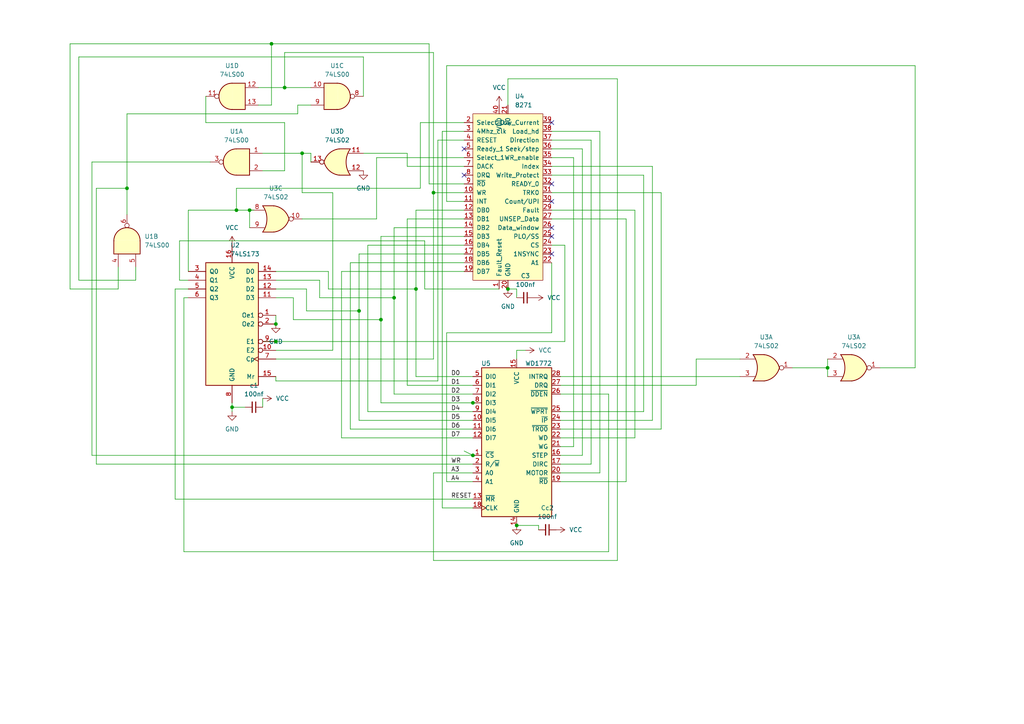
<source format=kicad_sch>
(kicad_sch (version 20211123) (generator eeschema)

  (uuid b7859478-eb9a-4fd5-b2d5-4a30b18c945e)

  (paper "A4")

  (lib_symbols
    (symbol "74xx:74LS00" (pin_names (offset 1.016)) (in_bom yes) (on_board yes)
      (property "Reference" "U" (id 0) (at 0 1.27 0)
        (effects (font (size 1.27 1.27)))
      )
      (property "Value" "74LS00" (id 1) (at 0 -1.27 0)
        (effects (font (size 1.27 1.27)))
      )
      (property "Footprint" "" (id 2) (at 0 0 0)
        (effects (font (size 1.27 1.27)) hide)
      )
      (property "Datasheet" "http://www.ti.com/lit/gpn/sn74ls00" (id 3) (at 0 0 0)
        (effects (font (size 1.27 1.27)) hide)
      )
      (property "ki_locked" "" (id 4) (at 0 0 0)
        (effects (font (size 1.27 1.27)))
      )
      (property "ki_keywords" "TTL nand 2-input" (id 5) (at 0 0 0)
        (effects (font (size 1.27 1.27)) hide)
      )
      (property "ki_description" "quad 2-input NAND gate" (id 6) (at 0 0 0)
        (effects (font (size 1.27 1.27)) hide)
      )
      (property "ki_fp_filters" "DIP*W7.62mm* SO14*" (id 7) (at 0 0 0)
        (effects (font (size 1.27 1.27)) hide)
      )
      (symbol "74LS00_1_1"
        (arc (start 0 -3.81) (mid 3.81 0) (end 0 3.81)
          (stroke (width 0.254) (type default) (color 0 0 0 0))
          (fill (type background))
        )
        (polyline
          (pts
            (xy 0 3.81)
            (xy -3.81 3.81)
            (xy -3.81 -3.81)
            (xy 0 -3.81)
          )
          (stroke (width 0.254) (type default) (color 0 0 0 0))
          (fill (type background))
        )
        (pin input line (at -7.62 2.54 0) (length 3.81)
          (name "~" (effects (font (size 1.27 1.27))))
          (number "1" (effects (font (size 1.27 1.27))))
        )
        (pin input line (at -7.62 -2.54 0) (length 3.81)
          (name "~" (effects (font (size 1.27 1.27))))
          (number "2" (effects (font (size 1.27 1.27))))
        )
        (pin output inverted (at 7.62 0 180) (length 3.81)
          (name "~" (effects (font (size 1.27 1.27))))
          (number "3" (effects (font (size 1.27 1.27))))
        )
      )
      (symbol "74LS00_1_2"
        (arc (start -3.81 -3.81) (mid -2.589 0) (end -3.81 3.81)
          (stroke (width 0.254) (type default) (color 0 0 0 0))
          (fill (type none))
        )
        (arc (start -0.6096 -3.81) (mid 2.1842 -2.5851) (end 3.81 0)
          (stroke (width 0.254) (type default) (color 0 0 0 0))
          (fill (type background))
        )
        (polyline
          (pts
            (xy -3.81 -3.81)
            (xy -0.635 -3.81)
          )
          (stroke (width 0.254) (type default) (color 0 0 0 0))
          (fill (type background))
        )
        (polyline
          (pts
            (xy -3.81 3.81)
            (xy -0.635 3.81)
          )
          (stroke (width 0.254) (type default) (color 0 0 0 0))
          (fill (type background))
        )
        (polyline
          (pts
            (xy -0.635 3.81)
            (xy -3.81 3.81)
            (xy -3.81 3.81)
            (xy -3.556 3.4036)
            (xy -3.0226 2.2606)
            (xy -2.6924 1.0414)
            (xy -2.6162 -0.254)
            (xy -2.7686 -1.4986)
            (xy -3.175 -2.7178)
            (xy -3.81 -3.81)
            (xy -3.81 -3.81)
            (xy -0.635 -3.81)
          )
          (stroke (width -25.4) (type default) (color 0 0 0 0))
          (fill (type background))
        )
        (arc (start 3.81 0) (mid 2.1915 2.5936) (end -0.6096 3.81)
          (stroke (width 0.254) (type default) (color 0 0 0 0))
          (fill (type background))
        )
        (pin input inverted (at -7.62 2.54 0) (length 4.318)
          (name "~" (effects (font (size 1.27 1.27))))
          (number "1" (effects (font (size 1.27 1.27))))
        )
        (pin input inverted (at -7.62 -2.54 0) (length 4.318)
          (name "~" (effects (font (size 1.27 1.27))))
          (number "2" (effects (font (size 1.27 1.27))))
        )
        (pin output line (at 7.62 0 180) (length 3.81)
          (name "~" (effects (font (size 1.27 1.27))))
          (number "3" (effects (font (size 1.27 1.27))))
        )
      )
      (symbol "74LS00_2_1"
        (arc (start 0 -3.81) (mid 3.81 0) (end 0 3.81)
          (stroke (width 0.254) (type default) (color 0 0 0 0))
          (fill (type background))
        )
        (polyline
          (pts
            (xy 0 3.81)
            (xy -3.81 3.81)
            (xy -3.81 -3.81)
            (xy 0 -3.81)
          )
          (stroke (width 0.254) (type default) (color 0 0 0 0))
          (fill (type background))
        )
        (pin input line (at -7.62 2.54 0) (length 3.81)
          (name "~" (effects (font (size 1.27 1.27))))
          (number "4" (effects (font (size 1.27 1.27))))
        )
        (pin input line (at -7.62 -2.54 0) (length 3.81)
          (name "~" (effects (font (size 1.27 1.27))))
          (number "5" (effects (font (size 1.27 1.27))))
        )
        (pin output inverted (at 7.62 0 180) (length 3.81)
          (name "~" (effects (font (size 1.27 1.27))))
          (number "6" (effects (font (size 1.27 1.27))))
        )
      )
      (symbol "74LS00_2_2"
        (arc (start -3.81 -3.81) (mid -2.589 0) (end -3.81 3.81)
          (stroke (width 0.254) (type default) (color 0 0 0 0))
          (fill (type none))
        )
        (arc (start -0.6096 -3.81) (mid 2.1842 -2.5851) (end 3.81 0)
          (stroke (width 0.254) (type default) (color 0 0 0 0))
          (fill (type background))
        )
        (polyline
          (pts
            (xy -3.81 -3.81)
            (xy -0.635 -3.81)
          )
          (stroke (width 0.254) (type default) (color 0 0 0 0))
          (fill (type background))
        )
        (polyline
          (pts
            (xy -3.81 3.81)
            (xy -0.635 3.81)
          )
          (stroke (width 0.254) (type default) (color 0 0 0 0))
          (fill (type background))
        )
        (polyline
          (pts
            (xy -0.635 3.81)
            (xy -3.81 3.81)
            (xy -3.81 3.81)
            (xy -3.556 3.4036)
            (xy -3.0226 2.2606)
            (xy -2.6924 1.0414)
            (xy -2.6162 -0.254)
            (xy -2.7686 -1.4986)
            (xy -3.175 -2.7178)
            (xy -3.81 -3.81)
            (xy -3.81 -3.81)
            (xy -0.635 -3.81)
          )
          (stroke (width -25.4) (type default) (color 0 0 0 0))
          (fill (type background))
        )
        (arc (start 3.81 0) (mid 2.1915 2.5936) (end -0.6096 3.81)
          (stroke (width 0.254) (type default) (color 0 0 0 0))
          (fill (type background))
        )
        (pin input inverted (at -7.62 2.54 0) (length 4.318)
          (name "~" (effects (font (size 1.27 1.27))))
          (number "4" (effects (font (size 1.27 1.27))))
        )
        (pin input inverted (at -7.62 -2.54 0) (length 4.318)
          (name "~" (effects (font (size 1.27 1.27))))
          (number "5" (effects (font (size 1.27 1.27))))
        )
        (pin output line (at 7.62 0 180) (length 3.81)
          (name "~" (effects (font (size 1.27 1.27))))
          (number "6" (effects (font (size 1.27 1.27))))
        )
      )
      (symbol "74LS00_3_1"
        (arc (start 0 -3.81) (mid 3.81 0) (end 0 3.81)
          (stroke (width 0.254) (type default) (color 0 0 0 0))
          (fill (type background))
        )
        (polyline
          (pts
            (xy 0 3.81)
            (xy -3.81 3.81)
            (xy -3.81 -3.81)
            (xy 0 -3.81)
          )
          (stroke (width 0.254) (type default) (color 0 0 0 0))
          (fill (type background))
        )
        (pin input line (at -7.62 -2.54 0) (length 3.81)
          (name "~" (effects (font (size 1.27 1.27))))
          (number "10" (effects (font (size 1.27 1.27))))
        )
        (pin output inverted (at 7.62 0 180) (length 3.81)
          (name "~" (effects (font (size 1.27 1.27))))
          (number "8" (effects (font (size 1.27 1.27))))
        )
        (pin input line (at -7.62 2.54 0) (length 3.81)
          (name "~" (effects (font (size 1.27 1.27))))
          (number "9" (effects (font (size 1.27 1.27))))
        )
      )
      (symbol "74LS00_3_2"
        (arc (start -3.81 -3.81) (mid -2.589 0) (end -3.81 3.81)
          (stroke (width 0.254) (type default) (color 0 0 0 0))
          (fill (type none))
        )
        (arc (start -0.6096 -3.81) (mid 2.1842 -2.5851) (end 3.81 0)
          (stroke (width 0.254) (type default) (color 0 0 0 0))
          (fill (type background))
        )
        (polyline
          (pts
            (xy -3.81 -3.81)
            (xy -0.635 -3.81)
          )
          (stroke (width 0.254) (type default) (color 0 0 0 0))
          (fill (type background))
        )
        (polyline
          (pts
            (xy -3.81 3.81)
            (xy -0.635 3.81)
          )
          (stroke (width 0.254) (type default) (color 0 0 0 0))
          (fill (type background))
        )
        (polyline
          (pts
            (xy -0.635 3.81)
            (xy -3.81 3.81)
            (xy -3.81 3.81)
            (xy -3.556 3.4036)
            (xy -3.0226 2.2606)
            (xy -2.6924 1.0414)
            (xy -2.6162 -0.254)
            (xy -2.7686 -1.4986)
            (xy -3.175 -2.7178)
            (xy -3.81 -3.81)
            (xy -3.81 -3.81)
            (xy -0.635 -3.81)
          )
          (stroke (width -25.4) (type default) (color 0 0 0 0))
          (fill (type background))
        )
        (arc (start 3.81 0) (mid 2.1915 2.5936) (end -0.6096 3.81)
          (stroke (width 0.254) (type default) (color 0 0 0 0))
          (fill (type background))
        )
        (pin input inverted (at -7.62 -2.54 0) (length 4.318)
          (name "~" (effects (font (size 1.27 1.27))))
          (number "10" (effects (font (size 1.27 1.27))))
        )
        (pin output line (at 7.62 0 180) (length 3.81)
          (name "~" (effects (font (size 1.27 1.27))))
          (number "8" (effects (font (size 1.27 1.27))))
        )
        (pin input inverted (at -7.62 2.54 0) (length 4.318)
          (name "~" (effects (font (size 1.27 1.27))))
          (number "9" (effects (font (size 1.27 1.27))))
        )
      )
      (symbol "74LS00_4_1"
        (arc (start 0 -3.81) (mid 3.81 0) (end 0 3.81)
          (stroke (width 0.254) (type default) (color 0 0 0 0))
          (fill (type background))
        )
        (polyline
          (pts
            (xy 0 3.81)
            (xy -3.81 3.81)
            (xy -3.81 -3.81)
            (xy 0 -3.81)
          )
          (stroke (width 0.254) (type default) (color 0 0 0 0))
          (fill (type background))
        )
        (pin output inverted (at 7.62 0 180) (length 3.81)
          (name "~" (effects (font (size 1.27 1.27))))
          (number "11" (effects (font (size 1.27 1.27))))
        )
        (pin input line (at -7.62 2.54 0) (length 3.81)
          (name "~" (effects (font (size 1.27 1.27))))
          (number "12" (effects (font (size 1.27 1.27))))
        )
        (pin input line (at -7.62 -2.54 0) (length 3.81)
          (name "~" (effects (font (size 1.27 1.27))))
          (number "13" (effects (font (size 1.27 1.27))))
        )
      )
      (symbol "74LS00_4_2"
        (arc (start -3.81 -3.81) (mid -2.589 0) (end -3.81 3.81)
          (stroke (width 0.254) (type default) (color 0 0 0 0))
          (fill (type none))
        )
        (arc (start -0.6096 -3.81) (mid 2.1842 -2.5851) (end 3.81 0)
          (stroke (width 0.254) (type default) (color 0 0 0 0))
          (fill (type background))
        )
        (polyline
          (pts
            (xy -3.81 -3.81)
            (xy -0.635 -3.81)
          )
          (stroke (width 0.254) (type default) (color 0 0 0 0))
          (fill (type background))
        )
        (polyline
          (pts
            (xy -3.81 3.81)
            (xy -0.635 3.81)
          )
          (stroke (width 0.254) (type default) (color 0 0 0 0))
          (fill (type background))
        )
        (polyline
          (pts
            (xy -0.635 3.81)
            (xy -3.81 3.81)
            (xy -3.81 3.81)
            (xy -3.556 3.4036)
            (xy -3.0226 2.2606)
            (xy -2.6924 1.0414)
            (xy -2.6162 -0.254)
            (xy -2.7686 -1.4986)
            (xy -3.175 -2.7178)
            (xy -3.81 -3.81)
            (xy -3.81 -3.81)
            (xy -0.635 -3.81)
          )
          (stroke (width -25.4) (type default) (color 0 0 0 0))
          (fill (type background))
        )
        (arc (start 3.81 0) (mid 2.1915 2.5936) (end -0.6096 3.81)
          (stroke (width 0.254) (type default) (color 0 0 0 0))
          (fill (type background))
        )
        (pin output line (at 7.62 0 180) (length 3.81)
          (name "~" (effects (font (size 1.27 1.27))))
          (number "11" (effects (font (size 1.27 1.27))))
        )
        (pin input inverted (at -7.62 2.54 0) (length 4.318)
          (name "~" (effects (font (size 1.27 1.27))))
          (number "12" (effects (font (size 1.27 1.27))))
        )
        (pin input inverted (at -7.62 -2.54 0) (length 4.318)
          (name "~" (effects (font (size 1.27 1.27))))
          (number "13" (effects (font (size 1.27 1.27))))
        )
      )
      (symbol "74LS00_5_0"
        (pin power_in line (at 0 12.7 270) (length 5.08)
          (name "VCC" (effects (font (size 1.27 1.27))))
          (number "14" (effects (font (size 1.27 1.27))))
        )
        (pin power_in line (at 0 -12.7 90) (length 5.08)
          (name "GND" (effects (font (size 1.27 1.27))))
          (number "7" (effects (font (size 1.27 1.27))))
        )
      )
      (symbol "74LS00_5_1"
        (rectangle (start -5.08 7.62) (end 5.08 -7.62)
          (stroke (width 0.254) (type default) (color 0 0 0 0))
          (fill (type background))
        )
      )
    )
    (symbol "74xx:74LS02" (pin_names (offset 1.016)) (in_bom yes) (on_board yes)
      (property "Reference" "U" (id 0) (at 0 1.27 0)
        (effects (font (size 1.27 1.27)))
      )
      (property "Value" "74LS02" (id 1) (at 0 -1.27 0)
        (effects (font (size 1.27 1.27)))
      )
      (property "Footprint" "" (id 2) (at 0 0 0)
        (effects (font (size 1.27 1.27)) hide)
      )
      (property "Datasheet" "http://www.ti.com/lit/gpn/sn74ls02" (id 3) (at 0 0 0)
        (effects (font (size 1.27 1.27)) hide)
      )
      (property "ki_locked" "" (id 4) (at 0 0 0)
        (effects (font (size 1.27 1.27)))
      )
      (property "ki_keywords" "TTL Nor2" (id 5) (at 0 0 0)
        (effects (font (size 1.27 1.27)) hide)
      )
      (property "ki_description" "quad 2-input NOR gate" (id 6) (at 0 0 0)
        (effects (font (size 1.27 1.27)) hide)
      )
      (property "ki_fp_filters" "SO14* DIP*W7.62mm*" (id 7) (at 0 0 0)
        (effects (font (size 1.27 1.27)) hide)
      )
      (symbol "74LS02_1_1"
        (arc (start -3.81 -3.81) (mid -2.589 0) (end -3.81 3.81)
          (stroke (width 0.254) (type default) (color 0 0 0 0))
          (fill (type none))
        )
        (arc (start -0.6096 -3.81) (mid 2.1842 -2.5851) (end 3.81 0)
          (stroke (width 0.254) (type default) (color 0 0 0 0))
          (fill (type background))
        )
        (polyline
          (pts
            (xy -3.81 -3.81)
            (xy -0.635 -3.81)
          )
          (stroke (width 0.254) (type default) (color 0 0 0 0))
          (fill (type background))
        )
        (polyline
          (pts
            (xy -3.81 3.81)
            (xy -0.635 3.81)
          )
          (stroke (width 0.254) (type default) (color 0 0 0 0))
          (fill (type background))
        )
        (polyline
          (pts
            (xy -0.635 3.81)
            (xy -3.81 3.81)
            (xy -3.81 3.81)
            (xy -3.556 3.4036)
            (xy -3.0226 2.2606)
            (xy -2.6924 1.0414)
            (xy -2.6162 -0.254)
            (xy -2.7686 -1.4986)
            (xy -3.175 -2.7178)
            (xy -3.81 -3.81)
            (xy -3.81 -3.81)
            (xy -0.635 -3.81)
          )
          (stroke (width -25.4) (type default) (color 0 0 0 0))
          (fill (type background))
        )
        (arc (start 3.81 0) (mid 2.1915 2.5936) (end -0.6096 3.81)
          (stroke (width 0.254) (type default) (color 0 0 0 0))
          (fill (type background))
        )
        (pin output inverted (at 7.62 0 180) (length 3.81)
          (name "~" (effects (font (size 1.27 1.27))))
          (number "1" (effects (font (size 1.27 1.27))))
        )
        (pin input line (at -7.62 2.54 0) (length 4.318)
          (name "~" (effects (font (size 1.27 1.27))))
          (number "2" (effects (font (size 1.27 1.27))))
        )
        (pin input line (at -7.62 -2.54 0) (length 4.318)
          (name "~" (effects (font (size 1.27 1.27))))
          (number "3" (effects (font (size 1.27 1.27))))
        )
      )
      (symbol "74LS02_1_2"
        (arc (start 0 -3.81) (mid 3.81 0) (end 0 3.81)
          (stroke (width 0.254) (type default) (color 0 0 0 0))
          (fill (type background))
        )
        (polyline
          (pts
            (xy 0 3.81)
            (xy -3.81 3.81)
            (xy -3.81 -3.81)
            (xy 0 -3.81)
          )
          (stroke (width 0.254) (type default) (color 0 0 0 0))
          (fill (type background))
        )
        (pin output line (at 7.62 0 180) (length 3.81)
          (name "~" (effects (font (size 1.27 1.27))))
          (number "1" (effects (font (size 1.27 1.27))))
        )
        (pin input inverted (at -7.62 2.54 0) (length 3.81)
          (name "~" (effects (font (size 1.27 1.27))))
          (number "2" (effects (font (size 1.27 1.27))))
        )
        (pin input inverted (at -7.62 -2.54 0) (length 3.81)
          (name "~" (effects (font (size 1.27 1.27))))
          (number "3" (effects (font (size 1.27 1.27))))
        )
      )
      (symbol "74LS02_2_1"
        (arc (start -3.81 -3.81) (mid -2.589 0) (end -3.81 3.81)
          (stroke (width 0.254) (type default) (color 0 0 0 0))
          (fill (type none))
        )
        (arc (start -0.6096 -3.81) (mid 2.1842 -2.5851) (end 3.81 0)
          (stroke (width 0.254) (type default) (color 0 0 0 0))
          (fill (type background))
        )
        (polyline
          (pts
            (xy -3.81 -3.81)
            (xy -0.635 -3.81)
          )
          (stroke (width 0.254) (type default) (color 0 0 0 0))
          (fill (type background))
        )
        (polyline
          (pts
            (xy -3.81 3.81)
            (xy -0.635 3.81)
          )
          (stroke (width 0.254) (type default) (color 0 0 0 0))
          (fill (type background))
        )
        (polyline
          (pts
            (xy -0.635 3.81)
            (xy -3.81 3.81)
            (xy -3.81 3.81)
            (xy -3.556 3.4036)
            (xy -3.0226 2.2606)
            (xy -2.6924 1.0414)
            (xy -2.6162 -0.254)
            (xy -2.7686 -1.4986)
            (xy -3.175 -2.7178)
            (xy -3.81 -3.81)
            (xy -3.81 -3.81)
            (xy -0.635 -3.81)
          )
          (stroke (width -25.4) (type default) (color 0 0 0 0))
          (fill (type background))
        )
        (arc (start 3.81 0) (mid 2.1915 2.5936) (end -0.6096 3.81)
          (stroke (width 0.254) (type default) (color 0 0 0 0))
          (fill (type background))
        )
        (pin output inverted (at 7.62 0 180) (length 3.81)
          (name "~" (effects (font (size 1.27 1.27))))
          (number "4" (effects (font (size 1.27 1.27))))
        )
        (pin input line (at -7.62 2.54 0) (length 4.318)
          (name "~" (effects (font (size 1.27 1.27))))
          (number "5" (effects (font (size 1.27 1.27))))
        )
        (pin input line (at -7.62 -2.54 0) (length 4.318)
          (name "~" (effects (font (size 1.27 1.27))))
          (number "6" (effects (font (size 1.27 1.27))))
        )
      )
      (symbol "74LS02_2_2"
        (arc (start 0 -3.81) (mid 3.81 0) (end 0 3.81)
          (stroke (width 0.254) (type default) (color 0 0 0 0))
          (fill (type background))
        )
        (polyline
          (pts
            (xy 0 3.81)
            (xy -3.81 3.81)
            (xy -3.81 -3.81)
            (xy 0 -3.81)
          )
          (stroke (width 0.254) (type default) (color 0 0 0 0))
          (fill (type background))
        )
        (pin output line (at 7.62 0 180) (length 3.81)
          (name "~" (effects (font (size 1.27 1.27))))
          (number "4" (effects (font (size 1.27 1.27))))
        )
        (pin input inverted (at -7.62 2.54 0) (length 3.81)
          (name "~" (effects (font (size 1.27 1.27))))
          (number "5" (effects (font (size 1.27 1.27))))
        )
        (pin input inverted (at -7.62 -2.54 0) (length 3.81)
          (name "~" (effects (font (size 1.27 1.27))))
          (number "6" (effects (font (size 1.27 1.27))))
        )
      )
      (symbol "74LS02_3_1"
        (arc (start -3.81 -3.81) (mid -2.589 0) (end -3.81 3.81)
          (stroke (width 0.254) (type default) (color 0 0 0 0))
          (fill (type none))
        )
        (arc (start -0.6096 -3.81) (mid 2.1842 -2.5851) (end 3.81 0)
          (stroke (width 0.254) (type default) (color 0 0 0 0))
          (fill (type background))
        )
        (polyline
          (pts
            (xy -3.81 -3.81)
            (xy -0.635 -3.81)
          )
          (stroke (width 0.254) (type default) (color 0 0 0 0))
          (fill (type background))
        )
        (polyline
          (pts
            (xy -3.81 3.81)
            (xy -0.635 3.81)
          )
          (stroke (width 0.254) (type default) (color 0 0 0 0))
          (fill (type background))
        )
        (polyline
          (pts
            (xy -0.635 3.81)
            (xy -3.81 3.81)
            (xy -3.81 3.81)
            (xy -3.556 3.4036)
            (xy -3.0226 2.2606)
            (xy -2.6924 1.0414)
            (xy -2.6162 -0.254)
            (xy -2.7686 -1.4986)
            (xy -3.175 -2.7178)
            (xy -3.81 -3.81)
            (xy -3.81 -3.81)
            (xy -0.635 -3.81)
          )
          (stroke (width -25.4) (type default) (color 0 0 0 0))
          (fill (type background))
        )
        (arc (start 3.81 0) (mid 2.1915 2.5936) (end -0.6096 3.81)
          (stroke (width 0.254) (type default) (color 0 0 0 0))
          (fill (type background))
        )
        (pin output inverted (at 7.62 0 180) (length 3.81)
          (name "~" (effects (font (size 1.27 1.27))))
          (number "10" (effects (font (size 1.27 1.27))))
        )
        (pin input line (at -7.62 2.54 0) (length 4.318)
          (name "~" (effects (font (size 1.27 1.27))))
          (number "8" (effects (font (size 1.27 1.27))))
        )
        (pin input line (at -7.62 -2.54 0) (length 4.318)
          (name "~" (effects (font (size 1.27 1.27))))
          (number "9" (effects (font (size 1.27 1.27))))
        )
      )
      (symbol "74LS02_3_2"
        (arc (start 0 -3.81) (mid 3.81 0) (end 0 3.81)
          (stroke (width 0.254) (type default) (color 0 0 0 0))
          (fill (type background))
        )
        (polyline
          (pts
            (xy 0 3.81)
            (xy -3.81 3.81)
            (xy -3.81 -3.81)
            (xy 0 -3.81)
          )
          (stroke (width 0.254) (type default) (color 0 0 0 0))
          (fill (type background))
        )
        (pin output line (at 7.62 0 180) (length 3.81)
          (name "~" (effects (font (size 1.27 1.27))))
          (number "10" (effects (font (size 1.27 1.27))))
        )
        (pin input inverted (at -7.62 2.54 0) (length 3.81)
          (name "~" (effects (font (size 1.27 1.27))))
          (number "8" (effects (font (size 1.27 1.27))))
        )
        (pin input inverted (at -7.62 -2.54 0) (length 3.81)
          (name "~" (effects (font (size 1.27 1.27))))
          (number "9" (effects (font (size 1.27 1.27))))
        )
      )
      (symbol "74LS02_4_1"
        (arc (start -3.81 -3.81) (mid -2.589 0) (end -3.81 3.81)
          (stroke (width 0.254) (type default) (color 0 0 0 0))
          (fill (type none))
        )
        (arc (start -0.6096 -3.81) (mid 2.1842 -2.5851) (end 3.81 0)
          (stroke (width 0.254) (type default) (color 0 0 0 0))
          (fill (type background))
        )
        (polyline
          (pts
            (xy -3.81 -3.81)
            (xy -0.635 -3.81)
          )
          (stroke (width 0.254) (type default) (color 0 0 0 0))
          (fill (type background))
        )
        (polyline
          (pts
            (xy -3.81 3.81)
            (xy -0.635 3.81)
          )
          (stroke (width 0.254) (type default) (color 0 0 0 0))
          (fill (type background))
        )
        (polyline
          (pts
            (xy -0.635 3.81)
            (xy -3.81 3.81)
            (xy -3.81 3.81)
            (xy -3.556 3.4036)
            (xy -3.0226 2.2606)
            (xy -2.6924 1.0414)
            (xy -2.6162 -0.254)
            (xy -2.7686 -1.4986)
            (xy -3.175 -2.7178)
            (xy -3.81 -3.81)
            (xy -3.81 -3.81)
            (xy -0.635 -3.81)
          )
          (stroke (width -25.4) (type default) (color 0 0 0 0))
          (fill (type background))
        )
        (arc (start 3.81 0) (mid 2.1915 2.5936) (end -0.6096 3.81)
          (stroke (width 0.254) (type default) (color 0 0 0 0))
          (fill (type background))
        )
        (pin input line (at -7.62 2.54 0) (length 4.318)
          (name "~" (effects (font (size 1.27 1.27))))
          (number "11" (effects (font (size 1.27 1.27))))
        )
        (pin input line (at -7.62 -2.54 0) (length 4.318)
          (name "~" (effects (font (size 1.27 1.27))))
          (number "12" (effects (font (size 1.27 1.27))))
        )
        (pin output inverted (at 7.62 0 180) (length 3.81)
          (name "~" (effects (font (size 1.27 1.27))))
          (number "13" (effects (font (size 1.27 1.27))))
        )
      )
      (symbol "74LS02_4_2"
        (arc (start 0 -3.81) (mid 3.81 0) (end 0 3.81)
          (stroke (width 0.254) (type default) (color 0 0 0 0))
          (fill (type background))
        )
        (polyline
          (pts
            (xy 0 3.81)
            (xy -3.81 3.81)
            (xy -3.81 -3.81)
            (xy 0 -3.81)
          )
          (stroke (width 0.254) (type default) (color 0 0 0 0))
          (fill (type background))
        )
        (pin input inverted (at -7.62 2.54 0) (length 3.81)
          (name "~" (effects (font (size 1.27 1.27))))
          (number "11" (effects (font (size 1.27 1.27))))
        )
        (pin input inverted (at -7.62 -2.54 0) (length 3.81)
          (name "~" (effects (font (size 1.27 1.27))))
          (number "12" (effects (font (size 1.27 1.27))))
        )
        (pin output line (at 7.62 0 180) (length 3.81)
          (name "~" (effects (font (size 1.27 1.27))))
          (number "13" (effects (font (size 1.27 1.27))))
        )
      )
      (symbol "74LS02_5_0"
        (pin power_in line (at 0 12.7 270) (length 5.08)
          (name "VCC" (effects (font (size 1.27 1.27))))
          (number "14" (effects (font (size 1.27 1.27))))
        )
        (pin power_in line (at 0 -12.7 90) (length 5.08)
          (name "GND" (effects (font (size 1.27 1.27))))
          (number "7" (effects (font (size 1.27 1.27))))
        )
      )
      (symbol "74LS02_5_1"
        (rectangle (start -5.08 7.62) (end 5.08 -7.62)
          (stroke (width 0.254) (type default) (color 0 0 0 0))
          (fill (type background))
        )
      )
    )
    (symbol "74xx:74LS173" (pin_names (offset 1.016)) (in_bom yes) (on_board yes)
      (property "Reference" "U2" (id 0) (at 0.5206 22.86 0)
        (effects (font (size 1.27 1.27)) (justify right))
      )
      (property "Value" "74LS173" (id 1) (at 0.5206 20.32 0)
        (effects (font (size 1.27 1.27)) (justify right))
      )
      (property "Footprint" "" (id 2) (at 0 0 0)
        (effects (font (size 1.27 1.27)) hide)
      )
      (property "Datasheet" "http://www.ti.com/lit/gpn/sn74LS173" (id 3) (at 0 0 0)
        (effects (font (size 1.27 1.27)) hide)
      )
      (property "ki_locked" "" (id 4) (at 0 0 0)
        (effects (font (size 1.27 1.27)))
      )
      (property "ki_keywords" "TTL REG REG4 3State DFF" (id 5) (at 0 0 0)
        (effects (font (size 1.27 1.27)) hide)
      )
      (property "ki_description" "4-bit D-type Register, 3 state out" (id 6) (at 0 0 0)
        (effects (font (size 1.27 1.27)) hide)
      )
      (property "ki_fp_filters" "DIP?16*" (id 7) (at 0 0 0)
        (effects (font (size 1.27 1.27)) hide)
      )
      (symbol "74LS173_1_0"
        (pin input inverted (at -12.7 2.54 0) (length 5.08)
          (name "Oe1" (effects (font (size 1.27 1.27))))
          (number "1" (effects (font (size 1.27 1.27))))
        )
        (pin input inverted (at -12.7 -7.62 0) (length 5.08)
          (name "E2" (effects (font (size 1.27 1.27))))
          (number "10" (effects (font (size 1.27 1.27))))
        )
        (pin input line (at -12.7 7.62 0) (length 5.08)
          (name "D3" (effects (font (size 1.27 1.27))))
          (number "11" (effects (font (size 1.27 1.27))))
        )
        (pin input line (at -12.7 10.16 0) (length 5.08)
          (name "D2" (effects (font (size 1.27 1.27))))
          (number "12" (effects (font (size 1.27 1.27))))
        )
        (pin input line (at -12.7 12.7 0) (length 5.08)
          (name "D1" (effects (font (size 1.27 1.27))))
          (number "13" (effects (font (size 1.27 1.27))))
        )
        (pin input line (at -12.7 15.24 0) (length 5.08)
          (name "D0" (effects (font (size 1.27 1.27))))
          (number "14" (effects (font (size 1.27 1.27))))
        )
        (pin input line (at -12.7 -15.24 0) (length 5.08)
          (name "Mr" (effects (font (size 1.27 1.27))))
          (number "15" (effects (font (size 1.27 1.27))))
        )
        (pin power_in line (at 0 22.86 270) (length 5.08)
          (name "VCC" (effects (font (size 1.27 1.27))))
          (number "16" (effects (font (size 1.27 1.27))))
        )
        (pin input inverted (at -12.7 0 0) (length 5.08)
          (name "Oe2" (effects (font (size 1.27 1.27))))
          (number "2" (effects (font (size 1.27 1.27))))
        )
        (pin tri_state line (at 12.7 15.24 180) (length 5.08)
          (name "Q0" (effects (font (size 1.27 1.27))))
          (number "3" (effects (font (size 1.27 1.27))))
        )
        (pin tri_state line (at 12.7 12.7 180) (length 5.08)
          (name "Q1" (effects (font (size 1.27 1.27))))
          (number "4" (effects (font (size 1.27 1.27))))
        )
        (pin tri_state line (at 12.7 10.16 180) (length 5.08)
          (name "Q2" (effects (font (size 1.27 1.27))))
          (number "5" (effects (font (size 1.27 1.27))))
        )
        (pin tri_state line (at 12.7 7.62 180) (length 5.08)
          (name "Q3" (effects (font (size 1.27 1.27))))
          (number "6" (effects (font (size 1.27 1.27))))
        )
        (pin input clock (at -12.7 -10.16 0) (length 5.08)
          (name "Cp" (effects (font (size 1.27 1.27))))
          (number "7" (effects (font (size 1.27 1.27))))
        )
        (pin power_out line (at 0 -22.86 90) (length 5.08)
          (name "GND" (effects (font (size 1.27 1.27))))
          (number "8" (effects (font (size 1.27 1.27))))
        )
        (pin input inverted (at -12.7 -5.08 0) (length 5.08)
          (name "E1" (effects (font (size 1.27 1.27))))
          (number "9" (effects (font (size 1.27 1.27))))
        )
      )
      (symbol "74LS173_1_1"
        (rectangle (start -7.62 17.78) (end 7.62 -17.78)
          (stroke (width 0.254) (type default) (color 0 0 0 0))
          (fill (type background))
        )
      )
    )
    (symbol "Device:C_Small" (pin_numbers hide) (pin_names (offset 0.254) hide) (in_bom yes) (on_board yes)
      (property "Reference" "C" (id 0) (at 0.254 1.778 0)
        (effects (font (size 1.27 1.27)) (justify left))
      )
      (property "Value" "C_Small" (id 1) (at 0.254 -2.032 0)
        (effects (font (size 1.27 1.27)) (justify left))
      )
      (property "Footprint" "" (id 2) (at 0 0 0)
        (effects (font (size 1.27 1.27)) hide)
      )
      (property "Datasheet" "~" (id 3) (at 0 0 0)
        (effects (font (size 1.27 1.27)) hide)
      )
      (property "ki_keywords" "capacitor cap" (id 4) (at 0 0 0)
        (effects (font (size 1.27 1.27)) hide)
      )
      (property "ki_description" "Unpolarized capacitor, small symbol" (id 5) (at 0 0 0)
        (effects (font (size 1.27 1.27)) hide)
      )
      (property "ki_fp_filters" "C_*" (id 6) (at 0 0 0)
        (effects (font (size 1.27 1.27)) hide)
      )
      (symbol "C_Small_0_1"
        (polyline
          (pts
            (xy -1.524 -0.508)
            (xy 1.524 -0.508)
          )
          (stroke (width 0.3302) (type default) (color 0 0 0 0))
          (fill (type none))
        )
        (polyline
          (pts
            (xy -1.524 0.508)
            (xy 1.524 0.508)
          )
          (stroke (width 0.3048) (type default) (color 0 0 0 0))
          (fill (type none))
        )
      )
      (symbol "C_Small_1_1"
        (pin passive line (at 0 2.54 270) (length 2.032)
          (name "~" (effects (font (size 1.27 1.27))))
          (number "1" (effects (font (size 1.27 1.27))))
        )
        (pin passive line (at 0 -2.54 90) (length 2.032)
          (name "~" (effects (font (size 1.27 1.27))))
          (number "2" (effects (font (size 1.27 1.27))))
        )
      )
    )
    (symbol "Interface:FD1771" (pin_names (offset 1.016)) (in_bom yes) (on_board yes)
      (property "Reference" "U4" (id 0) (at 2.0194 27.94 0)
        (effects (font (size 1.27 1.27)) (justify left))
      )
      (property "Value" "8271" (id 1) (at 2.0194 25.4 0)
        (effects (font (size 1.27 1.27)) (justify left))
      )
      (property "Footprint" "Package_DIP:DIP-40_W15.24mm" (id 2) (at 0 -30.48 0)
        (effects (font (size 1.27 1.27)))
      )
      (property "Datasheet" "Intel 8271" (id 3) (at 0 0 0)
        (effects (font (size 1.27 1.27)) hide)
      )
      (property "ki_keywords" "Floppy disk controller" (id 4) (at 0 0 0)
        (effects (font (size 1.27 1.27)) hide)
      )
      (property "ki_description" "Floppy disk controller, DIP-40" (id 5) (at 0 0 0)
        (effects (font (size 1.27 1.27)) hide)
      )
      (property "ki_fp_filters" "DIP*W15.24mm*" (id 6) (at 0 0 0)
        (effects (font (size 1.27 1.27)) hide)
      )
      (symbol "FD1771_0_1"
        (rectangle (start -10.16 22.86) (end 10.16 -25.4)
          (stroke (width 0) (type default) (color 0 0 0 0))
          (fill (type background))
        )
      )
      (symbol "FD1771_1_1"
        (pin input line (at -2.54 -27.94 90) (length 2.54)
          (name "Fault_Reset" (effects (font (size 1.27 1.27))))
          (number "1" (effects (font (size 1.27 1.27))))
        )
        (pin tri_state line (at -12.7 0 0) (length 2.54)
          (name "WR" (effects (font (size 1.27 1.27))))
          (number "10" (effects (font (size 1.27 1.27))))
        )
        (pin input line (at -12.7 -2.54 0) (length 2.54)
          (name "INT" (effects (font (size 1.27 1.27))))
          (number "11" (effects (font (size 1.27 1.27))))
        )
        (pin tri_state line (at -12.7 -5.08 0) (length 2.54)
          (name "DB0" (effects (font (size 1.27 1.27))))
          (number "12" (effects (font (size 1.27 1.27))))
        )
        (pin tri_state line (at -12.7 -7.62 0) (length 2.54)
          (name "DB1" (effects (font (size 1.27 1.27))))
          (number "13" (effects (font (size 1.27 1.27))))
        )
        (pin tri_state line (at -12.7 -10.16 0) (length 2.54)
          (name "DB2" (effects (font (size 1.27 1.27))))
          (number "14" (effects (font (size 1.27 1.27))))
        )
        (pin tri_state line (at -12.7 -12.7 0) (length 2.54)
          (name "DB3" (effects (font (size 1.27 1.27))))
          (number "15" (effects (font (size 1.27 1.27))))
        )
        (pin tri_state line (at -12.7 -15.24 0) (length 2.54)
          (name "DB4" (effects (font (size 1.27 1.27))))
          (number "16" (effects (font (size 1.27 1.27))))
        )
        (pin tri_state line (at -12.7 -17.78 0) (length 2.54)
          (name "DB5" (effects (font (size 1.27 1.27))))
          (number "17" (effects (font (size 1.27 1.27))))
        )
        (pin tri_state line (at -12.7 -20.32 0) (length 2.54)
          (name "DB6" (effects (font (size 1.27 1.27))))
          (number "18" (effects (font (size 1.27 1.27))))
        )
        (pin tri_state line (at -12.7 -22.86 0) (length 2.54)
          (name "DB7" (effects (font (size 1.27 1.27))))
          (number "19" (effects (font (size 1.27 1.27))))
        )
        (pin input line (at -12.7 20.32 0) (length 2.54)
          (name "Select_0" (effects (font (size 1.27 1.27))))
          (number "2" (effects (font (size 1.27 1.27))))
        )
        (pin power_in line (at 0 -27.94 90) (length 2.54)
          (name "GND" (effects (font (size 1.27 1.27))))
          (number "20" (effects (font (size 1.27 1.27))))
        )
        (pin bidirectional line (at 0 25.4 270) (length 2.54)
          (name "A0" (effects (font (size 1.27 1.27))))
          (number "21" (effects (font (size 1.27 1.27))))
        )
        (pin output line (at 12.7 -20.32 180) (length 2.54)
          (name "A1" (effects (font (size 1.27 1.27))))
          (number "22" (effects (font (size 1.27 1.27))))
        )
        (pin input line (at 12.7 -17.78 180) (length 2.54)
          (name "1NSYNC" (effects (font (size 1.27 1.27))))
          (number "23" (effects (font (size 1.27 1.27))))
        )
        (pin tri_state line (at 12.7 -15.24 180) (length 2.54)
          (name "CS" (effects (font (size 1.27 1.27))))
          (number "24" (effects (font (size 1.27 1.27))))
        )
        (pin input line (at 12.7 -12.7 180) (length 2.54)
          (name "PLO/SS" (effects (font (size 1.27 1.27))))
          (number "25" (effects (font (size 1.27 1.27))))
        )
        (pin input line (at 12.7 -10.16 180) (length 2.54)
          (name "Data_window" (effects (font (size 1.27 1.27))))
          (number "26" (effects (font (size 1.27 1.27))))
        )
        (pin tri_state line (at 12.7 -7.62 180) (length 2.54)
          (name "UNSEP_Data" (effects (font (size 1.27 1.27))))
          (number "27" (effects (font (size 1.27 1.27))))
        )
        (pin input line (at 12.7 -5.08 180) (length 2.54)
          (name "Fault" (effects (font (size 1.27 1.27))))
          (number "29" (effects (font (size 1.27 1.27))))
        )
        (pin output line (at -12.7 17.78 0) (length 2.54)
          (name "4Mhz_clk" (effects (font (size 1.27 1.27))))
          (number "3" (effects (font (size 1.27 1.27))))
        )
        (pin output line (at 12.7 -2.54 180) (length 2.54)
          (name "Count/UPI" (effects (font (size 1.27 1.27))))
          (number "30" (effects (font (size 1.27 1.27))))
        )
        (pin tri_state line (at 12.7 0 180) (length 2.54)
          (name "TRK0" (effects (font (size 1.27 1.27))))
          (number "31" (effects (font (size 1.27 1.27))))
        )
        (pin input line (at 12.7 2.54 180) (length 2.54)
          (name "READY_0" (effects (font (size 1.27 1.27))))
          (number "32" (effects (font (size 1.27 1.27))))
        )
        (pin tri_state line (at 12.7 5.08 180) (length 2.54)
          (name "Write_Protect" (effects (font (size 1.27 1.27))))
          (number "33" (effects (font (size 1.27 1.27))))
        )
        (pin tri_state line (at 12.7 7.62 180) (length 2.54)
          (name "Index" (effects (font (size 1.27 1.27))))
          (number "34" (effects (font (size 1.27 1.27))))
        )
        (pin input line (at 12.7 10.16 180) (length 2.54)
          (name "WR_enable" (effects (font (size 1.27 1.27))))
          (number "35" (effects (font (size 1.27 1.27))))
        )
        (pin input line (at 12.7 12.7 180) (length 2.54)
          (name "Seek/step" (effects (font (size 1.27 1.27))))
          (number "36" (effects (font (size 1.27 1.27))))
        )
        (pin tri_state line (at 12.7 15.24 180) (length 2.54)
          (name "Direction" (effects (font (size 1.27 1.27))))
          (number "37" (effects (font (size 1.27 1.27))))
        )
        (pin tri_state line (at 12.7 17.78 180) (length 2.54)
          (name "Load_hd" (effects (font (size 1.27 1.27))))
          (number "38" (effects (font (size 1.27 1.27))))
        )
        (pin input line (at 12.7 20.32 180) (length 2.54)
          (name "Low_Current" (effects (font (size 1.27 1.27))))
          (number "39" (effects (font (size 1.27 1.27))))
        )
        (pin output line (at -12.7 15.24 0) (length 2.54)
          (name "RESET" (effects (font (size 1.27 1.27))))
          (number "4" (effects (font (size 1.27 1.27))))
        )
        (pin power_out line (at -2.54 25.4 270) (length 2.54)
          (name "VDD" (effects (font (size 1.27 1.27))))
          (number "40" (effects (font (size 1.27 1.27))))
        )
        (pin input line (at -12.7 12.7 0) (length 2.54)
          (name "Ready_1" (effects (font (size 1.27 1.27))))
          (number "5" (effects (font (size 1.27 1.27))))
        )
        (pin input line (at -12.7 10.16 0) (length 2.54)
          (name "Select_1" (effects (font (size 1.27 1.27))))
          (number "6" (effects (font (size 1.27 1.27))))
        )
        (pin tri_state line (at -12.7 7.62 0) (length 2.54)
          (name "DACK" (effects (font (size 1.27 1.27))))
          (number "7" (effects (font (size 1.27 1.27))))
        )
        (pin tri_state line (at -12.7 5.08 0) (length 2.54)
          (name "DRQ" (effects (font (size 1.27 1.27))))
          (number "8" (effects (font (size 1.27 1.27))))
        )
        (pin tri_state line (at -12.7 2.54 0) (length 2.54)
          (name "~{RD}" (effects (font (size 1.27 1.27))))
          (number "9" (effects (font (size 1.27 1.27))))
        )
      )
    )
    (symbol "plusd-rescue:WD1772-ALEA" (pin_names (offset 1.016)) (in_bom yes) (on_board yes)
      (property "Reference" "U5" (id 0) (at -8.89 24.13 0)
        (effects (font (size 1.27 1.27)))
      )
      (property "Value" "WD1772" (id 1) (at 6.35 24.13 0)
        (effects (font (size 1.27 1.27)))
      )
      (property "Footprint" "Housings_DIP:DIP-28_W15.24mm_LongPads" (id 2) (at 19.05 -30.48 0)
        (effects (font (size 1.27 1.27)) hide)
      )
      (property "Datasheet" "https://amaus.net/static/S100/western%20digital/datasheet/Western%20Digital%20FD1771%20Specification%20197710.pdf" (id 3) (at 0 0 0)
        (effects (font (size 1.27 1.27)) hide)
      )
      (property "ki_fp_filters" "DIP*W15.24mm*" (id 4) (at 0 0 0)
        (effects (font (size 1.27 1.27)) hide)
      )
      (symbol "WD1772-ALEA_0_1"
        (rectangle (start -10.16 22.86) (end 10.16 -20.32)
          (stroke (width 0.254) (type default) (color 0 0 0 0))
          (fill (type background))
        )
      )
      (symbol "WD1772-ALEA_1_1"
        (pin input line (at -12.7 -2.54 0) (length 2.54)
          (name "~{CS}" (effects (font (size 1.27 1.27))))
          (number "1" (effects (font (size 1.27 1.27))))
        )
        (pin tri_state line (at -12.7 7.62 0) (length 2.54)
          (name "DI5" (effects (font (size 1.27 1.27))))
          (number "10" (effects (font (size 1.27 1.27))))
        )
        (pin tri_state line (at -12.7 5.08 0) (length 2.54)
          (name "DI6" (effects (font (size 1.27 1.27))))
          (number "11" (effects (font (size 1.27 1.27))))
        )
        (pin tri_state line (at -12.7 2.54 0) (length 2.54)
          (name "DI7" (effects (font (size 1.27 1.27))))
          (number "12" (effects (font (size 1.27 1.27))))
        )
        (pin input line (at -12.7 -15.24 0) (length 2.54)
          (name "~{MR}" (effects (font (size 1.27 1.27))))
          (number "13" (effects (font (size 1.27 1.27))))
        )
        (pin power_in line (at 0 -22.86 90) (length 2.54)
          (name "GND" (effects (font (size 1.27 1.27))))
          (number "14" (effects (font (size 1.27 1.27))))
        )
        (pin power_in line (at 0 25.4 270) (length 2.54)
          (name "VCC" (effects (font (size 1.27 1.27))))
          (number "15" (effects (font (size 1.27 1.27))))
        )
        (pin output line (at 12.7 -2.54 180) (length 2.54)
          (name "STEP" (effects (font (size 1.27 1.27))))
          (number "16" (effects (font (size 1.27 1.27))))
        )
        (pin input line (at 12.7 -5.08 180) (length 2.54)
          (name "DIRC" (effects (font (size 1.27 1.27))))
          (number "17" (effects (font (size 1.27 1.27))))
        )
        (pin input clock (at -12.7 -17.78 0) (length 2.54)
          (name "CLK" (effects (font (size 1.27 1.27))))
          (number "18" (effects (font (size 1.27 1.27))))
        )
        (pin input line (at 12.7 -10.16 180) (length 2.54)
          (name "~{RD}" (effects (font (size 1.27 1.27))))
          (number "19" (effects (font (size 1.27 1.27))))
        )
        (pin input line (at -12.7 -5.08 0) (length 2.54)
          (name "R/~{W}" (effects (font (size 1.27 1.27))))
          (number "2" (effects (font (size 1.27 1.27))))
        )
        (pin input line (at 12.7 -7.62 180) (length 2.54)
          (name "MOTOR" (effects (font (size 1.27 1.27))))
          (number "20" (effects (font (size 1.27 1.27))))
        )
        (pin output line (at 12.7 0 180) (length 2.54)
          (name "WG" (effects (font (size 1.27 1.27))))
          (number "21" (effects (font (size 1.27 1.27))))
        )
        (pin output line (at 12.7 2.54 180) (length 2.54)
          (name "WD" (effects (font (size 1.27 1.27))))
          (number "22" (effects (font (size 1.27 1.27))))
        )
        (pin input line (at 12.7 5.08 180) (length 2.54)
          (name "~{TR00}" (effects (font (size 1.27 1.27))))
          (number "23" (effects (font (size 1.27 1.27))))
        )
        (pin input line (at 12.7 7.62 180) (length 2.54)
          (name "~{IP}" (effects (font (size 1.27 1.27))))
          (number "24" (effects (font (size 1.27 1.27))))
        )
        (pin input line (at 12.7 10.16 180) (length 2.54)
          (name "~{WPRT}" (effects (font (size 1.27 1.27))))
          (number "25" (effects (font (size 1.27 1.27))))
        )
        (pin input line (at 12.7 15.24 180) (length 2.54)
          (name "~{DDEN}" (effects (font (size 1.27 1.27))))
          (number "26" (effects (font (size 1.27 1.27))))
        )
        (pin output line (at 12.7 17.78 180) (length 2.54)
          (name "DRQ" (effects (font (size 1.27 1.27))))
          (number "27" (effects (font (size 1.27 1.27))))
        )
        (pin output line (at 12.7 20.32 180) (length 2.54)
          (name "INTRQ" (effects (font (size 1.27 1.27))))
          (number "28" (effects (font (size 1.27 1.27))))
        )
        (pin input line (at -12.7 -7.62 0) (length 2.54)
          (name "A0" (effects (font (size 1.27 1.27))))
          (number "3" (effects (font (size 1.27 1.27))))
        )
        (pin input line (at -12.7 -10.16 0) (length 2.54)
          (name "A1" (effects (font (size 1.27 1.27))))
          (number "4" (effects (font (size 1.27 1.27))))
        )
        (pin tri_state line (at -12.7 20.32 0) (length 2.54)
          (name "DI0" (effects (font (size 1.27 1.27))))
          (number "5" (effects (font (size 1.27 1.27))))
        )
        (pin tri_state line (at -12.7 17.78 0) (length 2.54)
          (name "DI1" (effects (font (size 1.27 1.27))))
          (number "6" (effects (font (size 1.27 1.27))))
        )
        (pin tri_state line (at -12.7 15.24 0) (length 2.54)
          (name "DI2" (effects (font (size 1.27 1.27))))
          (number "7" (effects (font (size 1.27 1.27))))
        )
        (pin tri_state line (at -12.7 12.7 0) (length 2.54)
          (name "DI3" (effects (font (size 1.27 1.27))))
          (number "8" (effects (font (size 1.27 1.27))))
        )
        (pin tri_state line (at -12.7 10.16 0) (length 2.54)
          (name "DI4" (effects (font (size 1.27 1.27))))
          (number "9" (effects (font (size 1.27 1.27))))
        )
      )
    )
    (symbol "power:GND" (power) (pin_names (offset 0)) (in_bom yes) (on_board yes)
      (property "Reference" "#PWR" (id 0) (at 0 -6.35 0)
        (effects (font (size 1.27 1.27)) hide)
      )
      (property "Value" "GND" (id 1) (at 0 -3.81 0)
        (effects (font (size 1.27 1.27)))
      )
      (property "Footprint" "" (id 2) (at 0 0 0)
        (effects (font (size 1.27 1.27)) hide)
      )
      (property "Datasheet" "" (id 3) (at 0 0 0)
        (effects (font (size 1.27 1.27)) hide)
      )
      (property "ki_keywords" "global power" (id 4) (at 0 0 0)
        (effects (font (size 1.27 1.27)) hide)
      )
      (property "ki_description" "Power symbol creates a global label with name \"GND\" , ground" (id 5) (at 0 0 0)
        (effects (font (size 1.27 1.27)) hide)
      )
      (symbol "GND_0_1"
        (polyline
          (pts
            (xy 0 0)
            (xy 0 -1.27)
            (xy 1.27 -1.27)
            (xy 0 -2.54)
            (xy -1.27 -1.27)
            (xy 0 -1.27)
          )
          (stroke (width 0) (type default) (color 0 0 0 0))
          (fill (type none))
        )
      )
      (symbol "GND_1_1"
        (pin power_in line (at 0 0 270) (length 0) hide
          (name "GND" (effects (font (size 1.27 1.27))))
          (number "1" (effects (font (size 1.27 1.27))))
        )
      )
    )
    (symbol "power:VCC" (power) (pin_names (offset 0)) (in_bom yes) (on_board yes)
      (property "Reference" "#PWR" (id 0) (at 0 -3.81 0)
        (effects (font (size 1.27 1.27)) hide)
      )
      (property "Value" "VCC" (id 1) (at 0 3.81 0)
        (effects (font (size 1.27 1.27)))
      )
      (property "Footprint" "" (id 2) (at 0 0 0)
        (effects (font (size 1.27 1.27)) hide)
      )
      (property "Datasheet" "" (id 3) (at 0 0 0)
        (effects (font (size 1.27 1.27)) hide)
      )
      (property "ki_keywords" "global power" (id 4) (at 0 0 0)
        (effects (font (size 1.27 1.27)) hide)
      )
      (property "ki_description" "Power symbol creates a global label with name \"VCC\"" (id 5) (at 0 0 0)
        (effects (font (size 1.27 1.27)) hide)
      )
      (symbol "VCC_0_1"
        (polyline
          (pts
            (xy -0.762 1.27)
            (xy 0 2.54)
          )
          (stroke (width 0) (type default) (color 0 0 0 0))
          (fill (type none))
        )
        (polyline
          (pts
            (xy 0 0)
            (xy 0 2.54)
          )
          (stroke (width 0) (type default) (color 0 0 0 0))
          (fill (type none))
        )
        (polyline
          (pts
            (xy 0 2.54)
            (xy 0.762 1.27)
          )
          (stroke (width 0) (type default) (color 0 0 0 0))
          (fill (type none))
        )
      )
      (symbol "VCC_1_1"
        (pin power_in line (at 0 0 90) (length 0) hide
          (name "VCC" (effects (font (size 1.27 1.27))))
          (number "1" (effects (font (size 1.27 1.27))))
        )
      )
    )
  )

  (junction (at 82.55 25.4) (diameter 0) (color 0 0 0 0)
    (uuid 14fed5d0-38f6-444f-96d9-3a461f06fe61)
  )
  (junction (at 110.49 92.71) (diameter 0) (color 0 0 0 0)
    (uuid 183d0b9a-e8a1-4dfe-a835-7962a8593e28)
  )
  (junction (at 72.39 60.96) (diameter 0) (color 0 0 0 0)
    (uuid 2b2a0096-1e39-45c1-87bf-44105e2ed0ca)
  )
  (junction (at 147.32 83.82) (diameter 0) (color 0 0 0 0)
    (uuid 5706206c-75ff-495e-97d9-a3de09249e70)
  )
  (junction (at 137.16 132.08) (diameter 0) (color 0 0 0 0)
    (uuid 5dbf6c78-e74e-47bf-af4a-dac15c8a09af)
  )
  (junction (at 114.3 86.36) (diameter 0) (color 0 0 0 0)
    (uuid 6d77dc0f-4f6c-47f4-9fcf-0c08d4b7f946)
  )
  (junction (at 87.63 44.45) (diameter 0) (color 0 0 0 0)
    (uuid 8101b9f4-f3d8-4aa6-a5e9-489dcefe1543)
  )
  (junction (at 80.01 99.06) (diameter 0) (color 0 0 0 0)
    (uuid 8bc30957-9e72-478e-b769-6796d9c59b5f)
  )
  (junction (at 240.03 106.68) (diameter 0) (color 0 0 0 0)
    (uuid 8df71a2a-f946-4708-b9fa-cfc2b5beba57)
  )
  (junction (at 80.01 93.98) (diameter 0) (color 0 0 0 0)
    (uuid a3d92365-10a9-4857-9072-1f165b529496)
  )
  (junction (at 36.83 54.61) (diameter 0) (color 0 0 0 0)
    (uuid a3eda85e-394b-4902-b89c-3118331aa309)
  )
  (junction (at 78.74 12.7) (diameter 0) (color 0 0 0 0)
    (uuid a5453417-12ff-44cd-9dd0-bf61a27577ee)
  )
  (junction (at 137.16 116.84) (diameter 0) (color 0 0 0 0)
    (uuid b9e3e198-f3e0-4501-9cab-0a7d6af558cd)
  )
  (junction (at 104.14 90.17) (diameter 0) (color 0 0 0 0)
    (uuid d338f118-3579-45b2-b644-cedb1c25cb12)
  )
  (junction (at 149.86 152.4) (diameter 0) (color 0 0 0 0)
    (uuid d3e1b2e3-cddf-4f47-9a7d-01355aabc94c)
  )
  (junction (at 125.73 55.88) (diameter 0) (color 0 0 0 0)
    (uuid ee3b9e6e-fef2-4be3-8b5c-53a1bc54e304)
  )
  (junction (at 120.65 83.82) (diameter 0) (color 0 0 0 0)
    (uuid eff2a226-33d7-4cbf-b107-b615aa6a3b3b)
  )
  (junction (at 67.31 118.11) (diameter 0) (color 0 0 0 0)
    (uuid fa494d47-e025-4ed4-a11d-bc3a5a968291)
  )
  (junction (at 68.58 60.96) (diameter 0) (color 0 0 0 0)
    (uuid fd0b107e-05fa-445e-b04e-f5fb6e22d5fd)
  )

  (no_connect (at 134.62 43.18) (uuid 0a10c5a8-a2f2-41a4-9653-1e67429b34af))
  (no_connect (at 160.02 66.04) (uuid 121ba5ce-26f5-4271-8714-f2b32d558024))
  (no_connect (at 160.02 35.56) (uuid 197927d4-d1e7-470d-a696-fad69ff280d3))
  (no_connect (at 134.62 50.8) (uuid 683d51df-7089-4916-815d-70574266b7e6))
  (no_connect (at 160.02 53.34) (uuid 73d2daaf-5443-48c6-bc94-b6f36e068981))
  (no_connect (at 160.02 73.66) (uuid 7bb9dded-3c45-4ecc-a7fb-79d8407548ff))
  (no_connect (at 160.02 58.42) (uuid a38f5e53-2bf0-45af-a347-05e85d0166eb))
  (no_connect (at 160.02 68.58) (uuid f86537c8-3913-4f99-bf09-e1016ae94ce3))

  (wire (pts (xy 82.55 25.4) (xy 90.17 25.4))
    (stroke (width 0) (type default) (color 0 0 0 0))
    (uuid 004ebf0f-e9a7-43cd-9e42-77c78fbbe2dc)
  )
  (wire (pts (xy 127 110.49) (xy 80.01 110.49))
    (stroke (width 0) (type default) (color 0 0 0 0))
    (uuid 0085d10e-874b-4e5a-98c5-1017840a3ba9)
  )
  (wire (pts (xy 54.61 78.74) (xy 54.61 60.96))
    (stroke (width 0) (type default) (color 0 0 0 0))
    (uuid 02362697-3425-4d25-be13-7ba19d3e7b7b)
  )
  (wire (pts (xy 27.94 54.61) (xy 27.94 134.62))
    (stroke (width 0) (type default) (color 0 0 0 0))
    (uuid 02913f96-aac6-4f04-9baa-7dda40e762ff)
  )
  (wire (pts (xy 162.56 124.46) (xy 191.77 124.46))
    (stroke (width 0) (type default) (color 0 0 0 0))
    (uuid 02ccbd7b-87b4-4093-962c-445d857e589f)
  )
  (wire (pts (xy 162.56 111.76) (xy 201.93 111.76))
    (stroke (width 0) (type default) (color 0 0 0 0))
    (uuid 03945722-9ccd-4684-b5e1-0595e8277378)
  )
  (wire (pts (xy 265.43 19.05) (xy 265.43 106.68))
    (stroke (width 0) (type default) (color 0 0 0 0))
    (uuid 04838c4d-dc58-4a25-873e-fc0c9f0dde90)
  )
  (wire (pts (xy 129.54 139.7) (xy 137.16 139.7))
    (stroke (width 0) (type default) (color 0 0 0 0))
    (uuid 06b8b74e-0a97-44f9-9646-6b9720574b75)
  )
  (wire (pts (xy 189.23 48.26) (xy 160.02 48.26))
    (stroke (width 0) (type default) (color 0 0 0 0))
    (uuid 090f8412-a52a-4a2d-b869-9c518200428f)
  )
  (wire (pts (xy 123.19 69.85) (xy 52.07 69.85))
    (stroke (width 0) (type default) (color 0 0 0 0))
    (uuid 0b477eb1-58e0-47a7-b64b-0ace12b57e26)
  )
  (wire (pts (xy 78.74 30.48) (xy 78.74 12.7))
    (stroke (width 0) (type default) (color 0 0 0 0))
    (uuid 0c1154de-2851-4cec-a8d4-c18b499fa411)
  )
  (wire (pts (xy 160.02 38.1) (xy 173.99 38.1))
    (stroke (width 0) (type default) (color 0 0 0 0))
    (uuid 0d340ae0-6c35-4c9d-adcf-0eef5019562e)
  )
  (wire (pts (xy 80.01 81.28) (xy 92.71 81.28))
    (stroke (width 0) (type default) (color 0 0 0 0))
    (uuid 0f745f14-93ba-4a5e-a0bf-58f58d83440f)
  )
  (wire (pts (xy 80.01 110.49) (xy 80.01 109.22))
    (stroke (width 0) (type default) (color 0 0 0 0))
    (uuid 10c63063-23d7-4bae-a202-16ab08b66a27)
  )
  (wire (pts (xy 121.92 35.56) (xy 134.62 35.56))
    (stroke (width 0) (type default) (color 0 0 0 0))
    (uuid 11f643cf-0901-42ac-9660-227fb7cb98a4)
  )
  (wire (pts (xy 27.94 134.62) (xy 137.16 134.62))
    (stroke (width 0) (type default) (color 0 0 0 0))
    (uuid 12569c01-3c06-44b8-bc0d-04e7922c35f6)
  )
  (wire (pts (xy 105.41 16.51) (xy 22.86 16.51))
    (stroke (width 0) (type default) (color 0 0 0 0))
    (uuid 126c6013-9f75-42b1-841c-3f9311bc1ee5)
  )
  (wire (pts (xy 76.2 44.45) (xy 87.63 44.45))
    (stroke (width 0) (type default) (color 0 0 0 0))
    (uuid 12d23358-21c2-4471-b7bb-e6a502ea74ba)
  )
  (wire (pts (xy 78.74 12.7) (xy 124.46 12.7))
    (stroke (width 0) (type default) (color 0 0 0 0))
    (uuid 14628cbe-a015-4ae2-8b01-41dbab9c8cb4)
  )
  (wire (pts (xy 186.69 50.8) (xy 160.02 50.8))
    (stroke (width 0) (type default) (color 0 0 0 0))
    (uuid 159b269c-409c-4455-8ac4-68a8716f257b)
  )
  (wire (pts (xy 240.03 104.14) (xy 240.03 106.68))
    (stroke (width 0) (type default) (color 0 0 0 0))
    (uuid 15acfa24-9338-4bda-9698-4627d8c234c2)
  )
  (wire (pts (xy 90.17 44.45) (xy 90.17 46.99))
    (stroke (width 0) (type default) (color 0 0 0 0))
    (uuid 1629dbc8-ec1c-44c7-b0b1-4e4b1edd9b83)
  )
  (wire (pts (xy 50.8 144.78) (xy 137.16 144.78))
    (stroke (width 0) (type default) (color 0 0 0 0))
    (uuid 1879970f-1393-49c3-9770-496d7373a61f)
  )
  (wire (pts (xy 120.65 83.82) (xy 120.65 60.96))
    (stroke (width 0) (type default) (color 0 0 0 0))
    (uuid 1942b43d-b9b2-4ee4-8b21-61630c24fabe)
  )
  (wire (pts (xy 166.37 45.72) (xy 166.37 129.54))
    (stroke (width 0) (type default) (color 0 0 0 0))
    (uuid 1a778896-e36c-40e6-8ab1-093e025f003b)
  )
  (wire (pts (xy 80.01 78.74) (xy 95.25 78.74))
    (stroke (width 0) (type default) (color 0 0 0 0))
    (uuid 1e3e26b2-1895-4ff9-8994-de9ceb05b2a6)
  )
  (wire (pts (xy 163.83 71.12) (xy 163.83 99.06))
    (stroke (width 0) (type default) (color 0 0 0 0))
    (uuid 1eb75394-1f8e-4f98-b01c-73caef02dafd)
  )
  (wire (pts (xy 118.11 63.5) (xy 134.62 63.5))
    (stroke (width 0) (type default) (color 0 0 0 0))
    (uuid 1f553087-f3d3-44cd-9216-46efe12d5238)
  )
  (wire (pts (xy 80.01 101.6) (xy 96.52 101.6))
    (stroke (width 0) (type default) (color 0 0 0 0))
    (uuid 1f6c5485-6f59-474f-82a9-a7e2b7336918)
  )
  (wire (pts (xy 85.09 92.71) (xy 110.49 92.71))
    (stroke (width 0) (type default) (color 0 0 0 0))
    (uuid 22ecf5c3-c4ac-4de4-9160-688589476ebc)
  )
  (wire (pts (xy 149.86 101.6) (xy 152.4 101.6))
    (stroke (width 0) (type default) (color 0 0 0 0))
    (uuid 23c9992d-7f80-4043-b336-b76aa4d5b66b)
  )
  (wire (pts (xy 265.43 106.68) (xy 255.27 106.68))
    (stroke (width 0) (type default) (color 0 0 0 0))
    (uuid 252855dd-cde5-4f6f-8f70-3d2ad4eb2e19)
  )
  (wire (pts (xy 39.37 77.47) (xy 39.37 81.28))
    (stroke (width 0) (type default) (color 0 0 0 0))
    (uuid 257fca23-9b9a-4d34-8893-6ebb37f80e97)
  )
  (wire (pts (xy 147.32 83.82) (xy 149.86 83.82))
    (stroke (width 0) (type default) (color 0 0 0 0))
    (uuid 26a24ae8-4f87-4dcb-9685-7421b8766bf3)
  )
  (wire (pts (xy 92.71 86.36) (xy 114.3 86.36))
    (stroke (width 0) (type default) (color 0 0 0 0))
    (uuid 27bf269b-f9aa-4b6f-ab77-873c9ef99bbc)
  )
  (wire (pts (xy 179.07 162.56) (xy 179.07 22.86))
    (stroke (width 0) (type default) (color 0 0 0 0))
    (uuid 27c588b7-96b2-4f71-8ae4-dff3945f297b)
  )
  (wire (pts (xy 105.41 44.45) (xy 118.11 44.45))
    (stroke (width 0) (type default) (color 0 0 0 0))
    (uuid 2a2b193a-9122-4bb7-8fec-cc720d6f3ef4)
  )
  (wire (pts (xy 147.32 22.86) (xy 147.32 30.48))
    (stroke (width 0) (type default) (color 0 0 0 0))
    (uuid 2a9166dd-1e8a-46d3-9b63-d34b6c4edfd3)
  )
  (wire (pts (xy 189.23 121.92) (xy 189.23 48.26))
    (stroke (width 0) (type default) (color 0 0 0 0))
    (uuid 2a97bb70-3b2b-4a08-8642-348e848849e1)
  )
  (wire (pts (xy 105.41 27.94) (xy 105.41 16.51))
    (stroke (width 0) (type default) (color 0 0 0 0))
    (uuid 2ad7d599-386e-4d14-87d3-c5bbae18d8d7)
  )
  (wire (pts (xy 50.8 83.82) (xy 50.8 144.78))
    (stroke (width 0) (type default) (color 0 0 0 0))
    (uuid 2efec611-8ebd-4730-8e34-7f165774c4e0)
  )
  (wire (pts (xy 59.69 27.94) (xy 59.69 35.56))
    (stroke (width 0) (type default) (color 0 0 0 0))
    (uuid 2f48a60b-d3ed-4e7c-aef8-73b3516cd8ad)
  )
  (wire (pts (xy 114.3 66.04) (xy 114.3 86.36))
    (stroke (width 0) (type default) (color 0 0 0 0))
    (uuid 2ff982d3-44a5-4ac3-8d3c-f3af16cea56e)
  )
  (wire (pts (xy 134.62 130.81) (xy 137.16 132.08))
    (stroke (width 0) (type default) (color 0 0 0 0))
    (uuid 30951d0f-2cfb-41ab-a156-3777b4332d50)
  )
  (wire (pts (xy 80.01 104.14) (xy 125.73 104.14))
    (stroke (width 0) (type default) (color 0 0 0 0))
    (uuid 312c0fa8-486d-460c-a9a9-c2633b32a7d7)
  )
  (wire (pts (xy 134.62 58.42) (xy 129.54 58.42))
    (stroke (width 0) (type default) (color 0 0 0 0))
    (uuid 3173f686-dad4-4c77-a842-671e14e17273)
  )
  (wire (pts (xy 114.3 114.3) (xy 137.16 114.3))
    (stroke (width 0) (type default) (color 0 0 0 0))
    (uuid 3393818f-3fb3-4fa3-a536-2b4fb6197269)
  )
  (wire (pts (xy 109.22 45.72) (xy 109.22 63.5))
    (stroke (width 0) (type default) (color 0 0 0 0))
    (uuid 342720a8-fa0c-41a6-9b0e-f9eaf9782694)
  )
  (wire (pts (xy 85.09 86.36) (xy 85.09 92.71))
    (stroke (width 0) (type default) (color 0 0 0 0))
    (uuid 34b65862-63d3-4516-9e3d-c56485ea5601)
  )
  (wire (pts (xy 160.02 40.64) (xy 171.45 40.64))
    (stroke (width 0) (type default) (color 0 0 0 0))
    (uuid 3ae7bc38-104f-46fa-9d17-e2e7bc8aa010)
  )
  (wire (pts (xy 134.62 38.1) (xy 128.27 38.1))
    (stroke (width 0) (type default) (color 0 0 0 0))
    (uuid 42f1f20b-2a8b-4d13-bf45-67b0a83f6fb7)
  )
  (wire (pts (xy 149.86 152.4) (xy 156.21 152.4))
    (stroke (width 0) (type default) (color 0 0 0 0))
    (uuid 45a5953c-5d28-4cfd-b6fd-b0e56fb63213)
  )
  (wire (pts (xy 125.73 15.24) (xy 125.73 55.88))
    (stroke (width 0) (type default) (color 0 0 0 0))
    (uuid 4d13b6f7-0c98-439d-9e78-d031c758cafa)
  )
  (wire (pts (xy 76.2 99.06) (xy 80.01 99.06))
    (stroke (width 0) (type default) (color 0 0 0 0))
    (uuid 4d1dd8c5-a31b-4481-a8d4-627cace0a49b)
  )
  (wire (pts (xy 86.36 33.02) (xy 86.36 30.48))
    (stroke (width 0) (type default) (color 0 0 0 0))
    (uuid 4e4e023c-d6ad-477e-8079-ad12d0b0d902)
  )
  (wire (pts (xy 125.73 137.16) (xy 125.73 162.56))
    (stroke (width 0) (type default) (color 0 0 0 0))
    (uuid 52643d99-0cc2-4ec8-a95f-82f898f4c7de)
  )
  (wire (pts (xy 74.93 30.48) (xy 78.74 30.48))
    (stroke (width 0) (type default) (color 0 0 0 0))
    (uuid 5340b9f0-f112-48f4-94ab-36829d781b35)
  )
  (wire (pts (xy 168.91 132.08) (xy 162.56 132.08))
    (stroke (width 0) (type default) (color 0 0 0 0))
    (uuid 55562d43-f081-4a20-9a77-cb6f43206451)
  )
  (wire (pts (xy 101.6 124.46) (xy 101.6 76.2))
    (stroke (width 0) (type default) (color 0 0 0 0))
    (uuid 55e97e07-7d6d-49e4-b8f8-9274cf397a65)
  )
  (wire (pts (xy 53.34 160.02) (xy 176.53 160.02))
    (stroke (width 0) (type default) (color 0 0 0 0))
    (uuid 56c05c36-82b4-43a6-b15e-3b5f94423f1d)
  )
  (wire (pts (xy 191.77 55.88) (xy 160.02 55.88))
    (stroke (width 0) (type default) (color 0 0 0 0))
    (uuid 56cb014c-6c47-4af2-ad38-aabe1ce77365)
  )
  (wire (pts (xy 95.25 83.82) (xy 120.65 83.82))
    (stroke (width 0) (type default) (color 0 0 0 0))
    (uuid 58ec5484-8b07-4f53-bc6d-b6b5aac75b6e)
  )
  (wire (pts (xy 54.61 60.96) (xy 68.58 60.96))
    (stroke (width 0) (type default) (color 0 0 0 0))
    (uuid 5927a3b1-4e63-40b8-9f60-4c80e0295a39)
  )
  (wire (pts (xy 36.83 54.61) (xy 27.94 54.61))
    (stroke (width 0) (type default) (color 0 0 0 0))
    (uuid 5eebb014-7bc9-423b-bde6-4cc1e4932fc9)
  )
  (wire (pts (xy 104.14 73.66) (xy 134.62 73.66))
    (stroke (width 0) (type default) (color 0 0 0 0))
    (uuid 5f507922-c886-44c3-9af3-26143d1ded18)
  )
  (wire (pts (xy 99.06 127) (xy 99.06 78.74))
    (stroke (width 0) (type default) (color 0 0 0 0))
    (uuid 6146d025-20cf-46f2-8778-def056767c06)
  )
  (wire (pts (xy 88.9 90.17) (xy 104.14 90.17))
    (stroke (width 0) (type default) (color 0 0 0 0))
    (uuid 6266a7ba-5162-48ca-a445-2a2158adc054)
  )
  (wire (pts (xy 162.56 119.38) (xy 186.69 119.38))
    (stroke (width 0) (type default) (color 0 0 0 0))
    (uuid 62cfda6c-98d5-4466-ae36-7ffb68ef351f)
  )
  (wire (pts (xy 114.3 86.36) (xy 114.3 114.3))
    (stroke (width 0) (type default) (color 0 0 0 0))
    (uuid 62d42eeb-6db0-4db5-bd6b-a8d66664104a)
  )
  (wire (pts (xy 36.83 62.23) (xy 36.83 54.61))
    (stroke (width 0) (type default) (color 0 0 0 0))
    (uuid 663e6bd8-6531-4a0e-9a75-61246bbf57fa)
  )
  (wire (pts (xy 67.31 118.11) (xy 67.31 116.84))
    (stroke (width 0) (type default) (color 0 0 0 0))
    (uuid 669287a8-3eea-400a-b9b0-52752bbce3af)
  )
  (wire (pts (xy 179.07 22.86) (xy 147.32 22.86))
    (stroke (width 0) (type default) (color 0 0 0 0))
    (uuid 66a937ce-b855-481a-8ae9-7946c3162f10)
  )
  (wire (pts (xy 82.55 49.53) (xy 76.2 49.53))
    (stroke (width 0) (type default) (color 0 0 0 0))
    (uuid 676b632d-2b31-4a50-8276-9663ceeeaed5)
  )
  (wire (pts (xy 201.93 104.14) (xy 214.63 104.14))
    (stroke (width 0) (type default) (color 0 0 0 0))
    (uuid 678845cc-e85b-49e6-8cd1-95f71d9e10df)
  )
  (wire (pts (xy 160.02 60.96) (xy 184.15 60.96))
    (stroke (width 0) (type default) (color 0 0 0 0))
    (uuid 6871c01b-1c0c-4ffe-9ec8-4187bdbe40e0)
  )
  (wire (pts (xy 52.07 69.85) (xy 52.07 81.28))
    (stroke (width 0) (type default) (color 0 0 0 0))
    (uuid 69eacbae-6ce3-4e93-b2e5-36d93858930b)
  )
  (wire (pts (xy 68.58 54.61) (xy 121.92 54.61))
    (stroke (width 0) (type default) (color 0 0 0 0))
    (uuid 6a156c4e-5cbf-4b40-b342-0ba34461361c)
  )
  (wire (pts (xy 162.56 137.16) (xy 173.99 137.16))
    (stroke (width 0) (type default) (color 0 0 0 0))
    (uuid 6c638c9e-31b8-455e-956d-3b591a0696b9)
  )
  (wire (pts (xy 181.61 63.5) (xy 181.61 139.7))
    (stroke (width 0) (type default) (color 0 0 0 0))
    (uuid 6cc054e6-5c78-4a88-89e3-d10b8a828c1b)
  )
  (wire (pts (xy 52.07 81.28) (xy 54.61 81.28))
    (stroke (width 0) (type default) (color 0 0 0 0))
    (uuid 6e6cd062-36b3-4247-9497-a51317ab890d)
  )
  (wire (pts (xy 120.65 109.22) (xy 120.65 83.82))
    (stroke (width 0) (type default) (color 0 0 0 0))
    (uuid 72932843-1c67-4bd2-bad3-c55bdf2d986b)
  )
  (wire (pts (xy 20.32 83.82) (xy 34.29 83.82))
    (stroke (width 0) (type default) (color 0 0 0 0))
    (uuid 76838bab-a7f7-4547-bb40-b092e25273ca)
  )
  (wire (pts (xy 20.32 12.7) (xy 20.32 83.82))
    (stroke (width 0) (type default) (color 0 0 0 0))
    (uuid 7876b61d-8034-4ca7-a6b5-e27e4c3a12de)
  )
  (wire (pts (xy 87.63 55.88) (xy 96.52 55.88))
    (stroke (width 0) (type default) (color 0 0 0 0))
    (uuid 792b3eb5-4235-4e00-bc79-3353119739b2)
  )
  (wire (pts (xy 125.73 104.14) (xy 125.73 55.88))
    (stroke (width 0) (type default) (color 0 0 0 0))
    (uuid 79f47605-5e35-4472-b30e-8b12ff0096c4)
  )
  (wire (pts (xy 134.62 68.58) (xy 110.49 68.58))
    (stroke (width 0) (type default) (color 0 0 0 0))
    (uuid 7b07a2f9-322e-4c48-8a0c-b00cfc5358d8)
  )
  (wire (pts (xy 54.61 83.82) (xy 50.8 83.82))
    (stroke (width 0) (type default) (color 0 0 0 0))
    (uuid 7b119825-0cd1-48fd-8796-b582d98462ac)
  )
  (wire (pts (xy 120.65 60.96) (xy 134.62 60.96))
    (stroke (width 0) (type default) (color 0 0 0 0))
    (uuid 7df9c84d-534a-4f47-9d47-bf1596a81b1a)
  )
  (wire (pts (xy 82.55 25.4) (xy 82.55 15.24))
    (stroke (width 0) (type default) (color 0 0 0 0))
    (uuid 7e34bcc6-7fe6-4e22-af2b-40e4dd838648)
  )
  (wire (pts (xy 173.99 38.1) (xy 173.99 137.16))
    (stroke (width 0) (type default) (color 0 0 0 0))
    (uuid 7ed32b08-8355-4268-b9e5-143c9c22eb63)
  )
  (wire (pts (xy 82.55 35.56) (xy 82.55 49.53))
    (stroke (width 0) (type default) (color 0 0 0 0))
    (uuid 7f2e06a1-974a-4ba4-9890-175da9562165)
  )
  (wire (pts (xy 134.62 53.34) (xy 124.46 53.34))
    (stroke (width 0) (type default) (color 0 0 0 0))
    (uuid 7f4593fc-dbcb-4fdc-b030-349827d95261)
  )
  (wire (pts (xy 128.27 147.32) (xy 137.16 147.32))
    (stroke (width 0) (type default) (color 0 0 0 0))
    (uuid 7f9ef80a-461c-4955-a7f5-2a9d796b868b)
  )
  (wire (pts (xy 160.02 96.52) (xy 129.54 96.52))
    (stroke (width 0) (type default) (color 0 0 0 0))
    (uuid 8021130b-eae0-48d4-980b-8eb53c794031)
  )
  (wire (pts (xy 162.56 134.62) (xy 171.45 134.62))
    (stroke (width 0) (type default) (color 0 0 0 0))
    (uuid 80e5a0f6-a8be-4715-89cf-4ac588b8c734)
  )
  (wire (pts (xy 168.91 43.18) (xy 168.91 132.08))
    (stroke (width 0) (type default) (color 0 0 0 0))
    (uuid 85a1af41-1620-4dc9-8ba1-2b916d55c5a6)
  )
  (wire (pts (xy 127 40.64) (xy 127 110.49))
    (stroke (width 0) (type default) (color 0 0 0 0))
    (uuid 88a77487-d235-4efd-a755-19debe149783)
  )
  (wire (pts (xy 104.14 121.92) (xy 104.14 90.17))
    (stroke (width 0) (type default) (color 0 0 0 0))
    (uuid 8924eaa6-80b1-41ec-9ba1-fc0c4664f850)
  )
  (wire (pts (xy 156.21 152.4) (xy 156.21 153.67))
    (stroke (width 0) (type default) (color 0 0 0 0))
    (uuid 8c412524-4d25-487a-b947-51da05fc3b4d)
  )
  (wire (pts (xy 80.01 99.06) (xy 163.83 99.06))
    (stroke (width 0) (type default) (color 0 0 0 0))
    (uuid 8cbc215d-63a0-443e-825b-e8839ea83018)
  )
  (wire (pts (xy 101.6 76.2) (xy 134.62 76.2))
    (stroke (width 0) (type default) (color 0 0 0 0))
    (uuid 8f0d970f-b4d5-434a-b44f-540df87b498c)
  )
  (wire (pts (xy 137.16 137.16) (xy 125.73 137.16))
    (stroke (width 0) (type default) (color 0 0 0 0))
    (uuid 920d9b27-5f9b-4893-95b0-645e3a24da45)
  )
  (wire (pts (xy 134.62 45.72) (xy 109.22 45.72))
    (stroke (width 0) (type default) (color 0 0 0 0))
    (uuid 9324bd21-eefe-42e3-8787-5abfb5bebd11)
  )
  (wire (pts (xy 80.01 91.44) (xy 80.01 93.98))
    (stroke (width 0) (type default) (color 0 0 0 0))
    (uuid 93f05a99-2ed0-4daa-812d-22138f901cd5)
  )
  (wire (pts (xy 137.16 109.22) (xy 120.65 109.22))
    (stroke (width 0) (type default) (color 0 0 0 0))
    (uuid 95a31356-b7a2-454b-b01e-113c1377848c)
  )
  (wire (pts (xy 95.25 78.74) (xy 95.25 83.82))
    (stroke (width 0) (type default) (color 0 0 0 0))
    (uuid 9629fd4d-4e15-4046-8592-9894f130ad92)
  )
  (wire (pts (xy 118.11 44.45) (xy 118.11 48.26))
    (stroke (width 0) (type default) (color 0 0 0 0))
    (uuid 972fd700-5e5d-4db4-8d40-24d5f60386a2)
  )
  (wire (pts (xy 106.68 71.12) (xy 134.62 71.12))
    (stroke (width 0) (type default) (color 0 0 0 0))
    (uuid 9a036867-92a6-4fac-89cd-03b1dbddc8aa)
  )
  (wire (pts (xy 160.02 63.5) (xy 181.61 63.5))
    (stroke (width 0) (type default) (color 0 0 0 0))
    (uuid 9b1a13a9-9c33-45fa-b3d7-e72f68cd81b2)
  )
  (wire (pts (xy 128.27 38.1) (xy 128.27 147.32))
    (stroke (width 0) (type default) (color 0 0 0 0))
    (uuid 9b59d5e3-2b58-404b-8fc7-870d89d31a51)
  )
  (wire (pts (xy 67.31 118.11) (xy 71.12 118.11))
    (stroke (width 0) (type default) (color 0 0 0 0))
    (uuid 9d535fd7-76a3-49d6-a868-1e2c2a181e11)
  )
  (wire (pts (xy 181.61 139.7) (xy 162.56 139.7))
    (stroke (width 0) (type default) (color 0 0 0 0))
    (uuid 9f680c3c-513f-453d-91ee-257a21bde71c)
  )
  (wire (pts (xy 191.77 124.46) (xy 191.77 55.88))
    (stroke (width 0) (type default) (color 0 0 0 0))
    (uuid a045cc8a-0664-4149-a8c7-babc67c6d47b)
  )
  (wire (pts (xy 125.73 162.56) (xy 179.07 162.56))
    (stroke (width 0) (type default) (color 0 0 0 0))
    (uuid a049d05f-2b73-4279-9b18-3a6521136289)
  )
  (wire (pts (xy 229.87 106.68) (xy 240.03 106.68))
    (stroke (width 0) (type default) (color 0 0 0 0))
    (uuid a2302ac1-2c6d-4a95-892e-754e0433d097)
  )
  (wire (pts (xy 80.01 83.82) (xy 88.9 83.82))
    (stroke (width 0) (type default) (color 0 0 0 0))
    (uuid a445cba9-f811-4220-8502-561fffd675c7)
  )
  (wire (pts (xy 162.56 129.54) (xy 166.37 129.54))
    (stroke (width 0) (type default) (color 0 0 0 0))
    (uuid a640a406-9c03-43d6-9913-2c6ad551d3a7)
  )
  (wire (pts (xy 76.2 115.57) (xy 76.2 118.11))
    (stroke (width 0) (type default) (color 0 0 0 0))
    (uuid a7432b0a-f72f-4432-b994-cd8a54fa8664)
  )
  (wire (pts (xy 87.63 63.5) (xy 109.22 63.5))
    (stroke (width 0) (type default) (color 0 0 0 0))
    (uuid a9180ccc-fa7d-4c1c-997e-8cba505a1c2c)
  )
  (wire (pts (xy 121.92 54.61) (xy 121.92 35.56))
    (stroke (width 0) (type default) (color 0 0 0 0))
    (uuid a951edf9-4dc5-4da8-aa37-e3e260f7d0c9)
  )
  (wire (pts (xy 53.34 86.36) (xy 53.34 160.02))
    (stroke (width 0) (type default) (color 0 0 0 0))
    (uuid a9d000d7-816e-40c4-b96d-e2835b96deb1)
  )
  (wire (pts (xy 129.54 58.42) (xy 129.54 19.05))
    (stroke (width 0) (type default) (color 0 0 0 0))
    (uuid aa121c73-34f8-473b-86d3-8eea2a466d89)
  )
  (wire (pts (xy 72.39 60.96) (xy 72.39 66.04))
    (stroke (width 0) (type default) (color 0 0 0 0))
    (uuid ab36151b-a1b4-4a9f-b1c6-7d0d2a2230f0)
  )
  (wire (pts (xy 88.9 83.82) (xy 88.9 90.17))
    (stroke (width 0) (type default) (color 0 0 0 0))
    (uuid ad41eaa6-cab6-4fa7-9f3f-0041750fae35)
  )
  (wire (pts (xy 134.62 40.64) (xy 127 40.64))
    (stroke (width 0) (type default) (color 0 0 0 0))
    (uuid ae93a83d-06a4-42ba-8545-a1ef845cc458)
  )
  (wire (pts (xy 72.39 60.96) (xy 73.66 60.96))
    (stroke (width 0) (type default) (color 0 0 0 0))
    (uuid b1cf7cef-8cf6-4bd2-bf83-fb0da6177e2f)
  )
  (wire (pts (xy 137.16 127) (xy 99.06 127))
    (stroke (width 0) (type default) (color 0 0 0 0))
    (uuid b28944d5-c896-45e0-b03c-d73018d0d7d8)
  )
  (wire (pts (xy 137.16 124.46) (xy 101.6 124.46))
    (stroke (width 0) (type default) (color 0 0 0 0))
    (uuid b4de84bc-7c52-4011-8758-a087a366b71e)
  )
  (wire (pts (xy 137.16 111.76) (xy 118.11 111.76))
    (stroke (width 0) (type default) (color 0 0 0 0))
    (uuid b5b177e2-80db-4124-928d-06417a077a28)
  )
  (wire (pts (xy 137.16 116.84) (xy 138.43 116.84))
    (stroke (width 0) (type default) (color 0 0 0 0))
    (uuid b5edabcb-35b6-4a69-ac8d-62ab94ad6b5e)
  )
  (wire (pts (xy 36.83 54.61) (xy 36.83 33.02))
    (stroke (width 0) (type default) (color 0 0 0 0))
    (uuid b7a5475c-9566-440e-ae27-c7d5cf47de5f)
  )
  (wire (pts (xy 110.49 92.71) (xy 110.49 116.84))
    (stroke (width 0) (type default) (color 0 0 0 0))
    (uuid b8987e73-ec72-4e32-b5c7-464f3cb33cc7)
  )
  (wire (pts (xy 53.34 86.36) (xy 54.61 86.36))
    (stroke (width 0) (type default) (color 0 0 0 0))
    (uuid b8dec80e-e623-4eb0-a753-e3fb0ee3f64c)
  )
  (wire (pts (xy 36.83 33.02) (xy 86.36 33.02))
    (stroke (width 0) (type default) (color 0 0 0 0))
    (uuid bc1f36c2-f314-4a78-a73f-d072f9c0682d)
  )
  (wire (pts (xy 129.54 96.52) (xy 129.54 139.7))
    (stroke (width 0) (type default) (color 0 0 0 0))
    (uuid bc726734-be7b-4f2d-b591-cf8a2de543c2)
  )
  (wire (pts (xy 162.56 121.92) (xy 189.23 121.92))
    (stroke (width 0) (type default) (color 0 0 0 0))
    (uuid bdfaae95-2b68-4906-ba5f-7bec7fbec538)
  )
  (wire (pts (xy 80.01 86.36) (xy 85.09 86.36))
    (stroke (width 0) (type default) (color 0 0 0 0))
    (uuid be272433-c328-4879-96bd-c45e4f64e900)
  )
  (wire (pts (xy 22.86 16.51) (xy 22.86 81.28))
    (stroke (width 0) (type default) (color 0 0 0 0))
    (uuid beecb744-f997-438e-b11d-baba5db0f9bc)
  )
  (wire (pts (xy 68.58 60.96) (xy 72.39 60.96))
    (stroke (width 0) (type default) (color 0 0 0 0))
    (uuid bf35a0fc-3708-42b1-9e7e-ffd199d44798)
  )
  (wire (pts (xy 34.29 77.47) (xy 34.29 83.82))
    (stroke (width 0) (type default) (color 0 0 0 0))
    (uuid bff02829-3e7c-471a-9dd4-ab36f00e4a46)
  )
  (wire (pts (xy 149.86 86.36) (xy 149.86 83.82))
    (stroke (width 0) (type default) (color 0 0 0 0))
    (uuid c159fdf8-82d8-44de-a245-6d772252c6eb)
  )
  (wire (pts (xy 129.54 19.05) (xy 265.43 19.05))
    (stroke (width 0) (type default) (color 0 0 0 0))
    (uuid c1c18e78-c08b-4117-a57f-cb9360f76752)
  )
  (wire (pts (xy 82.55 15.24) (xy 125.73 15.24))
    (stroke (width 0) (type default) (color 0 0 0 0))
    (uuid c4a414e8-25d1-4bb7-8839-127282ca6f66)
  )
  (wire (pts (xy 26.67 132.08) (xy 137.16 132.08))
    (stroke (width 0) (type default) (color 0 0 0 0))
    (uuid c9550efc-c676-4804-ba4a-b7cbcab44b32)
  )
  (wire (pts (xy 176.53 160.02) (xy 176.53 114.3))
    (stroke (width 0) (type default) (color 0 0 0 0))
    (uuid c9c66044-b9e7-454f-a67a-4be34cbf4de9)
  )
  (wire (pts (xy 60.96 46.99) (xy 26.67 46.99))
    (stroke (width 0) (type default) (color 0 0 0 0))
    (uuid ca8a5274-0847-47c7-bbd2-13f18000089f)
  )
  (wire (pts (xy 123.19 83.82) (xy 123.19 69.85))
    (stroke (width 0) (type default) (color 0 0 0 0))
    (uuid caeb609e-1320-477c-8036-5532b62b21fb)
  )
  (wire (pts (xy 137.16 119.38) (xy 106.68 119.38))
    (stroke (width 0) (type default) (color 0 0 0 0))
    (uuid cbeb25b4-e003-4e00-9886-8ee9bea0174b)
  )
  (wire (pts (xy 118.11 48.26) (xy 134.62 48.26))
    (stroke (width 0) (type default) (color 0 0 0 0))
    (uuid ce8ae12a-5a61-4a2f-93b2-ad4f1bcfaae1)
  )
  (wire (pts (xy 160.02 76.2) (xy 160.02 96.52))
    (stroke (width 0) (type default) (color 0 0 0 0))
    (uuid d02ba242-fb8c-468e-9e62-d0c26ffa494f)
  )
  (wire (pts (xy 59.69 35.56) (xy 82.55 35.56))
    (stroke (width 0) (type default) (color 0 0 0 0))
    (uuid d17f2e2d-8eb5-44a8-8e55-280c0ad845bb)
  )
  (wire (pts (xy 144.78 83.82) (xy 123.19 83.82))
    (stroke (width 0) (type default) (color 0 0 0 0))
    (uuid d1b91b19-5b1a-4508-9591-1d601bc05f8b)
  )
  (wire (pts (xy 92.71 81.28) (xy 92.71 86.36))
    (stroke (width 0) (type default) (color 0 0 0 0))
    (uuid d2e2a751-93e6-41c5-9dad-bebd3924828b)
  )
  (wire (pts (xy 162.56 127) (xy 184.15 127))
    (stroke (width 0) (type default) (color 0 0 0 0))
    (uuid d30c2ef0-6803-4121-9526-a3a12c15da4c)
  )
  (wire (pts (xy 68.58 60.96) (xy 68.58 54.61))
    (stroke (width 0) (type default) (color 0 0 0 0))
    (uuid d4c7fd42-62da-44e0-9846-a6e73c6c3fd3)
  )
  (wire (pts (xy 171.45 40.64) (xy 171.45 134.62))
    (stroke (width 0) (type default) (color 0 0 0 0))
    (uuid d5fd0cea-5030-4b54-9a76-a2c40e115b79)
  )
  (wire (pts (xy 22.86 81.28) (xy 39.37 81.28))
    (stroke (width 0) (type default) (color 0 0 0 0))
    (uuid d71e2e5a-9814-45ba-ae00-d83c622774bb)
  )
  (wire (pts (xy 184.15 127) (xy 184.15 60.96))
    (stroke (width 0) (type default) (color 0 0 0 0))
    (uuid d721b1fe-1c23-45ab-8265-17bec8070151)
  )
  (wire (pts (xy 106.68 119.38) (xy 106.68 71.12))
    (stroke (width 0) (type default) (color 0 0 0 0))
    (uuid d7d65a72-d102-4b4e-9796-be63c0942681)
  )
  (wire (pts (xy 124.46 53.34) (xy 124.46 12.7))
    (stroke (width 0) (type default) (color 0 0 0 0))
    (uuid d88df927-bcb2-4266-a2dd-90fe5c755d4c)
  )
  (wire (pts (xy 160.02 43.18) (xy 168.91 43.18))
    (stroke (width 0) (type default) (color 0 0 0 0))
    (uuid d9f49f02-279c-4275-bb3b-751c510a7f43)
  )
  (wire (pts (xy 74.93 25.4) (xy 82.55 25.4))
    (stroke (width 0) (type default) (color 0 0 0 0))
    (uuid da1051af-fd65-4b3b-9eca-27061389241e)
  )
  (wire (pts (xy 186.69 119.38) (xy 186.69 50.8))
    (stroke (width 0) (type default) (color 0 0 0 0))
    (uuid dbcc1bb3-1043-4209-af83-b8f7e6334bba)
  )
  (wire (pts (xy 86.36 30.48) (xy 90.17 30.48))
    (stroke (width 0) (type default) (color 0 0 0 0))
    (uuid dccedf16-d209-4f49-8b34-eaccfe3188a7)
  )
  (wire (pts (xy 118.11 111.76) (xy 118.11 63.5))
    (stroke (width 0) (type default) (color 0 0 0 0))
    (uuid ddd3e634-3367-4f9a-a9b0-ee0f113250bb)
  )
  (wire (pts (xy 26.67 46.99) (xy 26.67 132.08))
    (stroke (width 0) (type default) (color 0 0 0 0))
    (uuid de2207b7-2281-49aa-9252-5d609abd552c)
  )
  (wire (pts (xy 162.56 114.3) (xy 176.53 114.3))
    (stroke (width 0) (type default) (color 0 0 0 0))
    (uuid ded08faf-2b4f-4f74-beea-d73d0ff98e66)
  )
  (wire (pts (xy 87.63 44.45) (xy 87.63 55.88))
    (stroke (width 0) (type default) (color 0 0 0 0))
    (uuid e079da45-2f9b-4a88-9880-e4298d55e798)
  )
  (wire (pts (xy 110.49 116.84) (xy 137.16 116.84))
    (stroke (width 0) (type default) (color 0 0 0 0))
    (uuid e08e47fb-e4e9-403d-8354-a9d269891840)
  )
  (wire (pts (xy 96.52 55.88) (xy 96.52 101.6))
    (stroke (width 0) (type default) (color 0 0 0 0))
    (uuid e143ce30-8893-430f-81a3-ec775ab19fcb)
  )
  (wire (pts (xy 125.73 55.88) (xy 134.62 55.88))
    (stroke (width 0) (type default) (color 0 0 0 0))
    (uuid e16a0976-ada3-4ee2-a7db-e2fd08858ad9)
  )
  (wire (pts (xy 87.63 44.45) (xy 90.17 44.45))
    (stroke (width 0) (type default) (color 0 0 0 0))
    (uuid e2ccc85e-270c-4224-8694-f51417de01a8)
  )
  (wire (pts (xy 104.14 90.17) (xy 104.14 73.66))
    (stroke (width 0) (type default) (color 0 0 0 0))
    (uuid e45a2675-b654-49dc-8c15-083d62e1c60c)
  )
  (wire (pts (xy 20.32 12.7) (xy 78.74 12.7))
    (stroke (width 0) (type default) (color 0 0 0 0))
    (uuid e4d5e252-8fd7-405d-90f2-9232f5b88c51)
  )
  (wire (pts (xy 160.02 45.72) (xy 166.37 45.72))
    (stroke (width 0) (type default) (color 0 0 0 0))
    (uuid e7b31b4f-7931-4576-8ff3-4935d1cfac80)
  )
  (wire (pts (xy 240.03 106.68) (xy 240.03 109.22))
    (stroke (width 0) (type default) (color 0 0 0 0))
    (uuid e839c4e0-fd25-4d16-ae2c-69e9e9735401)
  )
  (wire (pts (xy 110.49 68.58) (xy 110.49 92.71))
    (stroke (width 0) (type default) (color 0 0 0 0))
    (uuid ef517a2c-888f-4ebc-80d8-faef42a8afb3)
  )
  (wire (pts (xy 134.62 66.04) (xy 114.3 66.04))
    (stroke (width 0) (type default) (color 0 0 0 0))
    (uuid f22f012d-636a-481a-87a4-16681d8cfb4d)
  )
  (wire (pts (xy 137.16 121.92) (xy 104.14 121.92))
    (stroke (width 0) (type default) (color 0 0 0 0))
    (uuid f342c722-6bdb-4005-b66c-95a3458e150e)
  )
  (wire (pts (xy 160.02 71.12) (xy 163.83 71.12))
    (stroke (width 0) (type default) (color 0 0 0 0))
    (uuid f6818a8d-2a97-40ff-9ea4-c73b745a35e9)
  )
  (wire (pts (xy 149.86 101.6) (xy 149.86 104.14))
    (stroke (width 0) (type default) (color 0 0 0 0))
    (uuid f90699a4-b08d-4b3c-8f00-8af64acbd3a3)
  )
  (wire (pts (xy 162.56 109.22) (xy 214.63 109.22))
    (stroke (width 0) (type default) (color 0 0 0 0))
    (uuid f978a587-89d3-4f65-af5e-8a3d8a5d0a08)
  )
  (wire (pts (xy 201.93 111.76) (xy 201.93 104.14))
    (stroke (width 0) (type default) (color 0 0 0 0))
    (uuid fcea2e13-43d9-466c-959b-0aed080ba021)
  )
  (wire (pts (xy 99.06 78.74) (xy 134.62 78.74))
    (stroke (width 0) (type default) (color 0 0 0 0))
    (uuid fd3b2dd0-d187-454b-a6de-1bccde11cf35)
  )
  (wire (pts (xy 67.31 119.38) (xy 67.31 118.11))
    (stroke (width 0) (type default) (color 0 0 0 0))
    (uuid fe87b4b4-5775-4e73-aa1c-b407b59e7e45)
  )

  (label "WR" (at 130.81 134.62 0)
    (effects (font (size 1.27 1.27)) (justify left bottom))
    (uuid 0e27ef40-c349-4a3b-8a77-661fd5ed8f69)
  )
  (label "RESET" (at 130.81 144.78 0)
    (effects (font (size 1.27 1.27)) (justify left bottom))
    (uuid 34d1bc35-c323-4d22-b325-9e0414d2f56f)
  )
  (label "D7" (at 130.81 127 0)
    (effects (font (size 1.27 1.27)) (justify left bottom))
    (uuid 4b15faf6-6c3e-4aa4-a802-5041f457043b)
  )
  (label "D5" (at 130.81 121.92 0)
    (effects (font (size 1.27 1.27)) (justify left bottom))
    (uuid 4e20bb99-40d6-4423-9e1b-706f416b2c23)
  )
  (label "A3" (at 130.81 137.16 0)
    (effects (font (size 1.27 1.27)) (justify left bottom))
    (uuid 53bb1b32-9bbc-4f2e-8a82-22ab66979c87)
  )
  (label "D3" (at 130.81 116.84 0)
    (effects (font (size 1.27 1.27)) (justify left bottom))
    (uuid 5cbb40ed-bdc9-4efd-9911-5f96c999f39d)
  )
  (label "D4" (at 130.81 119.38 0)
    (effects (font (size 1.27 1.27)) (justify left bottom))
    (uuid 5ee073ee-7f29-45a4-9b04-cd6eceed5da0)
  )
  (label "A4" (at 130.81 139.7 0)
    (effects (font (size 1.27 1.27)) (justify left bottom))
    (uuid 613dc521-ec74-4805-b6f9-c09975660968)
  )
  (label "D2" (at 130.81 114.3 0)
    (effects (font (size 1.27 1.27)) (justify left bottom))
    (uuid 7e1b81ab-822c-46e0-b800-80d39ec9a7a3)
  )
  (label "D0" (at 130.81 109.22 0)
    (effects (font (size 1.27 1.27)) (justify left bottom))
    (uuid d1a1ad30-bc3f-42e7-8ea3-7fad5d78f307)
  )
  (label "D1" (at 130.81 111.76 0)
    (effects (font (size 1.27 1.27)) (justify left bottom))
    (uuid d2fdc0e4-8dc8-44b1-a8de-7e46d30a6429)
  )
  (label "D6" (at 130.81 124.46 0)
    (effects (font (size 1.27 1.27)) (justify left bottom))
    (uuid e69c5a28-f258-4f9c-9540-408af481eab9)
  )

  (symbol (lib_id "74xx:74LS173") (at 67.31 93.98 0) (mirror y) (unit 1)
    (in_bom yes) (on_board yes) (fields_autoplaced)
    (uuid 062825b2-b8b3-4092-bc45-2687ebab73d1)
    (property "Reference" "U2" (id 0) (at 66.7894 71.12 0)
      (effects (font (size 1.27 1.27)) (justify right))
    )
    (property "Value" "74LS173" (id 1) (at 66.7894 73.66 0)
      (effects (font (size 1.27 1.27)) (justify right))
    )
    (property "Footprint" "Package_DIP:DIP-16_W7.62mm_Socket_LongPads" (id 2) (at 67.31 93.98 0)
      (effects (font (size 1.27 1.27)) hide)
    )
    (property "Datasheet" "http://www.ti.com/lit/gpn/sn74LS173" (id 3) (at 67.31 93.98 0)
      (effects (font (size 1.27 1.27)) hide)
    )
    (pin "1" (uuid beb2f727-48f6-4416-b5d0-a7b78f09fa65))
    (pin "10" (uuid efbb3d84-10b6-4101-9b14-3cc259fe1f85))
    (pin "11" (uuid 1749f991-0047-42a7-a1ff-dd2cecb517f5))
    (pin "12" (uuid 60fff1f8-5537-476e-aff8-5aa2f559e1e2))
    (pin "13" (uuid 96352f40-49ab-49ae-97aa-ca3068a4cdee))
    (pin "14" (uuid f03fa9ec-ca1f-4493-b335-d535caffd4e1))
    (pin "15" (uuid 4f615712-42e0-4a6b-8b28-fe895afa9732))
    (pin "16" (uuid dd9d5e9a-645e-4ce1-8cc9-a7234b9df094))
    (pin "2" (uuid a462368f-2848-4c95-883c-6e0a00c50221))
    (pin "3" (uuid ba211354-fdfc-417b-83f4-a2208d05fcc5))
    (pin "4" (uuid 089c5144-d163-451f-9d09-7fd8b4ee70fd))
    (pin "5" (uuid 176f9c58-e643-4a4b-8933-04a3a3b9a506))
    (pin "6" (uuid cfcd87b3-3f72-4e3d-a349-4d1eeb40c37f))
    (pin "7" (uuid 176d6ab7-5db3-4792-8913-457d1d101124))
    (pin "8" (uuid c198c468-56f5-4668-bee1-0ff0c4bc40d4))
    (pin "9" (uuid 8bf6fed7-f2f9-4b64-9020-4d36181e3b5c))
  )

  (symbol (lib_id "Interface:FD1771") (at 147.32 55.88 0) (unit 1)
    (in_bom yes) (on_board yes) (fields_autoplaced)
    (uuid 0750fe8f-b5fe-4667-99ff-90f98dc954e1)
    (property "Reference" "U4" (id 0) (at 149.3394 27.94 0)
      (effects (font (size 1.27 1.27)) (justify left))
    )
    (property "Value" "8271" (id 1) (at 149.3394 30.48 0)
      (effects (font (size 1.27 1.27)) (justify left))
    )
    (property "Footprint" "Package_DIP:DIP-40_W15.24mm" (id 2) (at 147.32 86.36 0)
      (effects (font (size 1.27 1.27)) hide)
    )
    (property "Datasheet" "Intel 8271" (id 3) (at 147.32 55.88 0)
      (effects (font (size 1.27 1.27)) hide)
    )
    (pin "1" (uuid 82fbcd66-a411-482e-a61a-c56c32ea7e74))
    (pin "10" (uuid f3c80b28-3a7b-48c9-9003-ee2623ad232b))
    (pin "11" (uuid 619daa6d-b662-4c9d-a6f0-abe3f47420ae))
    (pin "12" (uuid abcaac96-81a7-4db2-b368-6f9b4c0f4c45))
    (pin "13" (uuid c6830ef4-4cce-462c-b910-03400ca4d32a))
    (pin "14" (uuid acd4f4f9-e919-46c5-a853-69788ca75266))
    (pin "15" (uuid eb0cb46d-d867-49ac-97e3-2b10ad2a8629))
    (pin "16" (uuid 2c570487-c151-40b3-87ca-193844cfab18))
    (pin "17" (uuid 7533427e-c1a2-4555-8178-68e5e996e1cf))
    (pin "18" (uuid 940bee9b-20d3-4322-afb2-7f153a20725e))
    (pin "19" (uuid 50854f16-043a-4237-9dbc-5aaad840fe08))
    (pin "2" (uuid 11321344-fb94-4b70-b118-08066385cabd))
    (pin "20" (uuid 3425a39c-ca42-4756-abc2-1362a7c9ce28))
    (pin "21" (uuid ea33b2c8-8aca-4988-984b-115297b45750))
    (pin "22" (uuid 8ae259d2-d83b-4359-bfa5-2c777e7d5533))
    (pin "23" (uuid 035b471e-71cc-4f96-8c7b-53366cabfec9))
    (pin "24" (uuid b9f9a455-64d0-4002-8b02-7e21b1be4d99))
    (pin "25" (uuid 5be49f47-bb0c-4904-88f0-42920f74695c))
    (pin "26" (uuid dc442d44-9c65-43be-993f-2b4f52faa2fa))
    (pin "27" (uuid c809736e-0305-4da6-81cd-b3378dfada61))
    (pin "29" (uuid 4e6ba5a0-772d-496e-86ae-505d29185bec))
    (pin "3" (uuid b131bc76-a86e-4aab-aad6-05deed6248cc))
    (pin "30" (uuid a3db85cb-d2e8-4842-9bd8-7eee3364e515))
    (pin "31" (uuid d6684960-cf2e-4603-9203-0511750eb47e))
    (pin "32" (uuid f72489be-6dbb-4780-86a6-163c8dee8bff))
    (pin "33" (uuid 51ab351a-8b15-40d7-b97c-45e65e1a009a))
    (pin "34" (uuid 970124fe-ecbf-4ec8-85e3-36277cb85d03))
    (pin "35" (uuid ee1b75c5-8200-4530-bead-35238e9caa85))
    (pin "36" (uuid 489b62cc-851e-4249-ab48-778edbd5158c))
    (pin "37" (uuid c185d182-a051-4f81-99a4-66cdb83287c0))
    (pin "38" (uuid 4d2a683e-35aa-4e4c-9b69-a157d0120293))
    (pin "39" (uuid 8233bcda-ed1f-4ebb-b565-043ca5d1fed8))
    (pin "4" (uuid e4030d0b-b377-48e8-9a99-d5df39ee5171))
    (pin "40" (uuid 55b7469f-0548-48f6-9e0e-59fae2dde408))
    (pin "5" (uuid 8dd40f39-a9b9-4ac9-946e-d7287aa239fe))
    (pin "6" (uuid ded8964e-82d4-41ce-b99d-54ab0da31819))
    (pin "7" (uuid d3d8dddc-364a-4e25-90e9-cb4d914e547f))
    (pin "8" (uuid 9a188157-0ad8-462d-9a9f-7d73ec50a1e4))
    (pin "9" (uuid c7f37773-c762-48f1-b187-6e561f89bc8a))
  )

  (symbol (lib_id "74xx:74LS02") (at 247.65 106.68 0) (unit 1)
    (in_bom yes) (on_board yes) (fields_autoplaced)
    (uuid 1c78a219-cb71-4c78-b6f2-8d1024b39b14)
    (property "Reference" "U3" (id 0) (at 247.65 97.79 0))
    (property "Value" "74LS02" (id 1) (at 247.65 100.33 0))
    (property "Footprint" "Package_DIP:DIP-14_W7.62mm_Socket_LongPads" (id 2) (at 247.65 106.68 0)
      (effects (font (size 1.27 1.27)) hide)
    )
    (property "Datasheet" "http://www.ti.com/lit/gpn/sn74ls02" (id 3) (at 247.65 106.68 0)
      (effects (font (size 1.27 1.27)) hide)
    )
    (pin "1" (uuid f7ccc32b-bc63-4ce2-a5e9-f5a390d54505))
    (pin "2" (uuid 3c5a68d1-8e10-4ff2-9165-6d850804f12b))
    (pin "3" (uuid 803f8f05-96e1-4dc5-af53-0b1b8a988707))
    (pin "4" (uuid 76f29648-0409-48ef-9bbf-44844a71fea7))
    (pin "5" (uuid 7b44e693-5175-4b7a-b978-6810044a0052))
    (pin "6" (uuid 7f579f33-d44e-413f-b346-a4ee370b9f2d))
    (pin "10" (uuid 7e047b31-9dd4-4caf-b79e-fb2f333bc1ca))
    (pin "8" (uuid c2886a5c-7ba8-4a82-92bd-6a2cf2fd9421))
    (pin "9" (uuid 2f14796c-b600-46a4-82e3-9e4cbe9037bc))
    (pin "11" (uuid 7f149bfe-996e-4a40-9429-2e5de8501625))
    (pin "12" (uuid d4175c4d-a82d-411f-beb8-84d4c090581c))
    (pin "13" (uuid 1990e7fc-aa75-4457-a6ea-27ffa5773ebd))
    (pin "14" (uuid c0a8dc23-6dce-4647-9d14-4bc7a14496aa))
    (pin "7" (uuid 04248e08-c00a-476f-b1df-f1f3edc0548b))
  )

  (symbol (lib_id "74xx:74LS02") (at 80.01 63.5 0) (unit 3)
    (in_bom yes) (on_board yes) (fields_autoplaced)
    (uuid 21a93e84-31c4-47d0-8e9d-88c987eff1d0)
    (property "Reference" "U3" (id 0) (at 80.01 54.61 0))
    (property "Value" "74LS02" (id 1) (at 80.01 57.15 0))
    (property "Footprint" "Package_DIP:DIP-14_W7.62mm_Socket_LongPads" (id 2) (at 80.01 63.5 0)
      (effects (font (size 1.27 1.27)) hide)
    )
    (property "Datasheet" "http://www.ti.com/lit/gpn/sn74ls02" (id 3) (at 80.01 63.5 0)
      (effects (font (size 1.27 1.27)) hide)
    )
    (pin "1" (uuid 84f604c8-dc4f-4d5b-bb6e-654ff6a4f4e2))
    (pin "2" (uuid acbeaa9b-a116-4633-ae67-863d506ac719))
    (pin "3" (uuid 543be97b-ee19-4ac7-b145-d0133d359526))
    (pin "4" (uuid 65ea58d1-4431-4275-bc38-5ae38969d29a))
    (pin "5" (uuid bb0c8970-2f9c-4428-b73f-76e131e1276f))
    (pin "6" (uuid 6bb1736a-1bdf-44d8-97d4-c535af40c14b))
    (pin "10" (uuid b1962195-ebef-4d84-8622-78adb6f76608))
    (pin "8" (uuid bf43fc9c-b2f1-4148-8dc1-a987b0723cbe))
    (pin "9" (uuid 81b811b4-4d07-404c-9ce3-b3d969ccf39a))
    (pin "11" (uuid 44072e12-744f-48c3-af85-2e6b9095c3a1))
    (pin "12" (uuid 18e706e6-3fa8-46a5-ba4e-a53b14effba3))
    (pin "13" (uuid 2b723c54-e76a-4bbb-834b-2c03c10ecdbd))
    (pin "14" (uuid b52ce4a4-74a3-4cd0-b65f-82b2021ec4dd))
    (pin "7" (uuid 38500079-98fe-4a6f-a340-eea7c995bc17))
  )

  (symbol (lib_id "power:GND") (at 67.31 119.38 0) (unit 1)
    (in_bom yes) (on_board yes) (fields_autoplaced)
    (uuid 21d3fba1-ad33-42c6-8f39-f72ce75336ff)
    (property "Reference" "#PWR0104" (id 0) (at 67.31 125.73 0)
      (effects (font (size 1.27 1.27)) hide)
    )
    (property "Value" "GND" (id 1) (at 67.31 124.46 0))
    (property "Footprint" "" (id 2) (at 67.31 119.38 0)
      (effects (font (size 1.27 1.27)) hide)
    )
    (property "Datasheet" "" (id 3) (at 67.31 119.38 0)
      (effects (font (size 1.27 1.27)) hide)
    )
    (pin "1" (uuid de62499a-1d7c-4859-8e9f-7d3c77d4ca52))
  )

  (symbol (lib_id "power:VCC") (at 144.78 30.48 0) (unit 1)
    (in_bom yes) (on_board yes) (fields_autoplaced)
    (uuid 2397ad7e-2132-43c1-bc3f-98faa46b7b2a)
    (property "Reference" "#PWR0107" (id 0) (at 144.78 34.29 0)
      (effects (font (size 1.27 1.27)) hide)
    )
    (property "Value" "VCC" (id 1) (at 144.78 25.4 0))
    (property "Footprint" "" (id 2) (at 144.78 30.48 0)
      (effects (font (size 1.27 1.27)) hide)
    )
    (property "Datasheet" "" (id 3) (at 144.78 30.48 0)
      (effects (font (size 1.27 1.27)) hide)
    )
    (pin "1" (uuid 7a8136f8-9d83-4581-84d3-79a152751cb4))
  )

  (symbol (lib_id "power:VCC") (at 67.31 71.12 0) (unit 1)
    (in_bom yes) (on_board yes) (fields_autoplaced)
    (uuid 2467d33b-633f-4b67-a340-95c7f1493b1f)
    (property "Reference" "#PWR0103" (id 0) (at 67.31 74.93 0)
      (effects (font (size 1.27 1.27)) hide)
    )
    (property "Value" "VCC" (id 1) (at 67.31 66.04 0))
    (property "Footprint" "" (id 2) (at 67.31 71.12 0)
      (effects (font (size 1.27 1.27)) hide)
    )
    (property "Datasheet" "" (id 3) (at 67.31 71.12 0)
      (effects (font (size 1.27 1.27)) hide)
    )
    (pin "1" (uuid 46f0bcf2-61f3-4513-b0b5-09197010dd41))
  )

  (symbol (lib_id "power:GND") (at 105.41 49.53 0) (unit 1)
    (in_bom yes) (on_board yes) (fields_autoplaced)
    (uuid 28cbcae9-07ad-4ae7-b44f-45f99f332529)
    (property "Reference" "#PWR0102" (id 0) (at 105.41 55.88 0)
      (effects (font (size 1.27 1.27)) hide)
    )
    (property "Value" "GND" (id 1) (at 105.41 54.61 0))
    (property "Footprint" "" (id 2) (at 105.41 49.53 0)
      (effects (font (size 1.27 1.27)) hide)
    )
    (property "Datasheet" "" (id 3) (at 105.41 49.53 0)
      (effects (font (size 1.27 1.27)) hide)
    )
    (pin "1" (uuid a1470b05-7bae-44ae-8d43-744927bd0df9))
  )

  (symbol (lib_id "Device:C_Small") (at 158.75 153.67 270) (unit 1)
    (in_bom yes) (on_board yes) (fields_autoplaced)
    (uuid 2b7a013d-08a2-4698-b361-68b645e25f8e)
    (property "Reference" "Cc2" (id 0) (at 158.7436 147.32 90))
    (property "Value" "100nf" (id 1) (at 158.7436 149.86 90))
    (property "Footprint" "Capacitor_THT:C_Disc_D6.0mm_W2.5mm_P5.00mm" (id 2) (at 158.75 153.67 0)
      (effects (font (size 1.27 1.27)) hide)
    )
    (property "Datasheet" "~" (id 3) (at 158.75 153.67 0)
      (effects (font (size 1.27 1.27)) hide)
    )
    (pin "1" (uuid 1bf42582-a463-4994-a5c4-aaa8ee6eea50))
    (pin "2" (uuid df5dd481-ee49-4664-a74f-60cceba31389))
  )

  (symbol (lib_id "74xx:74LS00") (at 68.58 46.99 0) (mirror y) (unit 1)
    (in_bom yes) (on_board yes) (fields_autoplaced)
    (uuid 415145b9-960e-4ad3-8b1b-872bd10df719)
    (property "Reference" "U1" (id 0) (at 68.58 38.1 0))
    (property "Value" "74LS00" (id 1) (at 68.58 40.64 0))
    (property "Footprint" "Package_DIP:DIP-14_W7.62mm_Socket_LongPads" (id 2) (at 68.58 46.99 0)
      (effects (font (size 1.27 1.27)) hide)
    )
    (property "Datasheet" "http://www.ti.com/lit/gpn/sn74ls00" (id 3) (at 68.58 46.99 0)
      (effects (font (size 1.27 1.27)) hide)
    )
    (pin "1" (uuid 08f73f5a-fe44-4315-b794-6076fca0354a))
    (pin "2" (uuid 9ff40d5b-569c-48d2-8e6b-adb5315d7854))
    (pin "3" (uuid 3f95745e-d0eb-461d-a787-de1a6dc2918a))
    (pin "4" (uuid 572762f2-391d-4631-919c-104691e96a63))
    (pin "5" (uuid 359ec936-4642-45f3-afca-cc2841edf616))
    (pin "6" (uuid d6c7e5e8-19a5-4fee-8119-9661883d705e))
    (pin "10" (uuid 68f09fd9-f0b7-4854-869a-f337c2decc28))
    (pin "8" (uuid 92fdfa1c-6326-47b7-85eb-621671611e90))
    (pin "9" (uuid 9c495f7e-6893-45b0-8556-39e6904c9bc4))
    (pin "11" (uuid d03f32b4-3ac4-4aa0-9ef1-d67ec2fda9c9))
    (pin "12" (uuid 772c8ac1-d724-407f-8e45-27acb9e5d921))
    (pin "13" (uuid 7df595e9-9894-44cc-a685-9431b04270f7))
    (pin "14" (uuid 1b0e523c-5975-475e-85b1-4115b8db669a))
    (pin "7" (uuid 6ba2fd39-cec9-4bd9-919a-c91eba03e873))
  )

  (symbol (lib_id "74xx:74LS00") (at 97.79 27.94 0) (mirror x) (unit 3)
    (in_bom yes) (on_board yes) (fields_autoplaced)
    (uuid 464c47c7-6768-44c0-9b66-5878703cea08)
    (property "Reference" "U1" (id 0) (at 97.79 19.05 0))
    (property "Value" "74LS00" (id 1) (at 97.79 21.59 0))
    (property "Footprint" "Package_DIP:DIP-14_W7.62mm_Socket_LongPads" (id 2) (at 97.79 27.94 0)
      (effects (font (size 1.27 1.27)) hide)
    )
    (property "Datasheet" "http://www.ti.com/lit/gpn/sn74ls00" (id 3) (at 97.79 27.94 0)
      (effects (font (size 1.27 1.27)) hide)
    )
    (pin "1" (uuid e0593bf3-18f9-4cc9-9427-e17e6f93f398))
    (pin "2" (uuid 24816732-8616-4487-bed8-a65798b9aa19))
    (pin "3" (uuid 6efbbe05-bf60-4e6d-909e-a1e9321a080a))
    (pin "4" (uuid fba9d9db-0180-4765-851a-9b7a7a3999e9))
    (pin "5" (uuid 2228ee57-f32e-4fa0-9eea-3d46a23326bd))
    (pin "6" (uuid 020098b2-fafc-4910-bea5-f8e6daa490fb))
    (pin "10" (uuid b6b8c830-8b5d-43a0-9d6b-da14b76a04bc))
    (pin "8" (uuid c2c21447-22f8-416b-b180-1c254950fb4b))
    (pin "9" (uuid c2f8bf1f-13ad-4e86-8e8d-d7872622cbc6))
    (pin "11" (uuid 93eb65ee-c68c-4e7c-9d3b-575a37bc4e10))
    (pin "12" (uuid e97cec99-7460-4d3b-9cf6-efb4ac6fd1f3))
    (pin "13" (uuid 826db171-4c05-47f6-8a9f-fc0bcce4a9b9))
    (pin "14" (uuid 7128ad08-beb2-4de3-bb5e-6257936096a3))
    (pin "7" (uuid 033c7dbc-4165-4084-b858-2e798161f0b2))
  )

  (symbol (lib_id "74xx:74LS00") (at 36.83 69.85 90) (unit 2)
    (in_bom yes) (on_board yes) (fields_autoplaced)
    (uuid 524374bc-8bb1-4bc6-8c75-df30e0533613)
    (property "Reference" "U1" (id 0) (at 41.91 68.5799 90)
      (effects (font (size 1.27 1.27)) (justify right))
    )
    (property "Value" "74LS00" (id 1) (at 41.91 71.1199 90)
      (effects (font (size 1.27 1.27)) (justify right))
    )
    (property "Footprint" "Package_DIP:DIP-14_W7.62mm_Socket_LongPads" (id 2) (at 36.83 69.85 0)
      (effects (font (size 1.27 1.27)) hide)
    )
    (property "Datasheet" "http://www.ti.com/lit/gpn/sn74ls00" (id 3) (at 36.83 69.85 0)
      (effects (font (size 1.27 1.27)) hide)
    )
    (pin "1" (uuid 9d00f2f1-cb6d-4b01-805e-ff1060132b5a))
    (pin "2" (uuid 2986d4f0-1512-4491-b41b-bd1fc5cf568b))
    (pin "3" (uuid 12d5e4fa-0157-4a9f-9f61-9e67adeeb1f1))
    (pin "4" (uuid 9b57ed73-2ec2-4abb-83d8-136404ebeebe))
    (pin "5" (uuid bdbe1d96-736c-40d7-a338-9686409079b7))
    (pin "6" (uuid 6e0d2984-63cb-4047-870c-754b080436db))
    (pin "10" (uuid c85618bb-3e3a-4028-83a5-ba410479fc41))
    (pin "8" (uuid 67d0a097-2f16-427d-90dd-d361c44197f5))
    (pin "9" (uuid 4720b044-9781-464c-8032-25943a9340b3))
    (pin "11" (uuid 80e5ebf9-2865-4f2f-8a35-ca9b8dfca99f))
    (pin "12" (uuid 23dde351-aa39-43dd-b22f-d5eb58206008))
    (pin "13" (uuid c2fabdb0-7b13-49a6-b2c4-84033c642970))
    (pin "14" (uuid 68e5d0df-21e2-4d55-a1c3-0a1e25fb4bd5))
    (pin "7" (uuid 0eb11624-1299-40e9-a050-0818cb3fc23f))
  )

  (symbol (lib_id "power:VCC") (at 152.4 101.6 270) (unit 1)
    (in_bom yes) (on_board yes) (fields_autoplaced)
    (uuid 6f0af32d-f904-4ad2-886d-9b6330bfc931)
    (property "Reference" "#PWR0101" (id 0) (at 148.59 101.6 0)
      (effects (font (size 1.27 1.27)) hide)
    )
    (property "Value" "VCC" (id 1) (at 156.21 101.5999 90)
      (effects (font (size 1.27 1.27)) (justify left))
    )
    (property "Footprint" "" (id 2) (at 152.4 101.6 0)
      (effects (font (size 1.27 1.27)) hide)
    )
    (property "Datasheet" "" (id 3) (at 152.4 101.6 0)
      (effects (font (size 1.27 1.27)) hide)
    )
    (pin "1" (uuid 4fbd73d4-d5e3-4766-b90c-9867629d013c))
  )

  (symbol (lib_id "plusd-rescue:WD1772-ALEA") (at 149.86 129.54 0) (unit 1)
    (in_bom yes) (on_board yes)
    (uuid 72c158a7-7c8c-4be8-b719-2b84b54afa60)
    (property "Reference" "U5" (id 0) (at 140.97 105.41 0))
    (property "Value" "WD1772" (id 1) (at 156.21 105.41 0))
    (property "Footprint" "Package_DIP:DIP-28_W15.24mm_Socket_LongPads" (id 2) (at 168.91 160.02 0)
      (effects (font (size 1.27 1.27)) hide)
    )
    (property "Datasheet" "https://amaus.net/static/S100/western%20digital/datasheet/Western%20Digital%20FD1771%20Specification%20197710.pdf" (id 3) (at 149.86 129.54 0)
      (effects (font (size 1.27 1.27)) hide)
    )
    (pin "1" (uuid 203f0820-32cd-4781-9e0f-eaea16626631))
    (pin "10" (uuid ce6f88ab-6e17-4818-9c95-79691b5fadd4))
    (pin "11" (uuid 2a6f5d7b-e52a-416d-b1fa-0576101102d7))
    (pin "12" (uuid 5ea2b6ed-b6f2-4500-9758-fc1d93c844d0))
    (pin "13" (uuid e0ae0b07-d26f-43cf-8cf5-fbf58eb52b1f))
    (pin "14" (uuid ea0427f1-f535-47e9-9226-aaa73d572d49))
    (pin "15" (uuid 208fb53d-b9b6-467c-97bf-f12f5de07613))
    (pin "16" (uuid faa89d05-6f9f-4dd2-b808-0651ee99b66d))
    (pin "17" (uuid cac93a70-972f-4915-86ae-2a06a77e354a))
    (pin "18" (uuid d9f29574-5413-49c5-96a4-77f9cba5b5c3))
    (pin "19" (uuid eb115681-ac6e-48e5-95a9-295bdcab439c))
    (pin "2" (uuid 3b7226d5-d83a-4bf9-b659-4631c3224c7f))
    (pin "20" (uuid 97483bc0-5318-4023-9cef-2142dd5dc10b))
    (pin "21" (uuid 5a4545f2-443f-464e-9595-398d1c0dfad6))
    (pin "22" (uuid 890c683d-6b9f-49b9-8f71-0825065cd827))
    (pin "23" (uuid d4d8dd52-74de-484e-ab9b-10d8f6f09300))
    (pin "24" (uuid 82c07ea4-fcb7-424c-9afc-a064183ce9ea))
    (pin "25" (uuid 02a13f62-eccb-4e58-89b6-f463eadd8d85))
    (pin "26" (uuid 782c6692-20d4-4644-81b8-49d0141ac732))
    (pin "27" (uuid 40ff38de-6ddf-45ee-a049-a5c6faac62ea))
    (pin "28" (uuid 392e768f-f625-43fb-8eec-88191a5bf88f))
    (pin "3" (uuid f0d5d221-68df-422b-99ec-79b4fb1e767b))
    (pin "4" (uuid 7f24b231-4958-4a93-b6da-62f2932b7c02))
    (pin "5" (uuid 11013aef-7a89-466e-a91c-173568131706))
    (pin "6" (uuid b18c38e2-e072-49eb-b510-783f8bf25788))
    (pin "7" (uuid 64d15566-1db2-4fe4-b6f9-20345423a90d))
    (pin "8" (uuid 450aa3e7-1a1c-48c5-845e-ec899d34e6b4))
    (pin "9" (uuid eb38f4f8-e725-40f4-bedd-db2f17f853e9))
  )

  (symbol (lib_id "Device:C_Small") (at 152.4 86.36 270) (unit 1)
    (in_bom yes) (on_board yes) (fields_autoplaced)
    (uuid 7bf9fd55-c2dc-4c14-abdd-ca985aee5c6a)
    (property "Reference" "C3" (id 0) (at 152.3936 80.01 90))
    (property "Value" "100nf" (id 1) (at 152.3936 82.55 90))
    (property "Footprint" "Capacitor_THT:C_Disc_D6.0mm_W2.5mm_P5.00mm" (id 2) (at 152.4 86.36 0)
      (effects (font (size 1.27 1.27)) hide)
    )
    (property "Datasheet" "~" (id 3) (at 152.4 86.36 0)
      (effects (font (size 1.27 1.27)) hide)
    )
    (pin "1" (uuid 17991652-dc9b-4e89-84fa-a26891f5f6dc))
    (pin "2" (uuid 5db7c295-1bca-4e27-9b24-7be03dd7f5e1))
  )

  (symbol (lib_id "74xx:74LS02") (at 97.79 46.99 0) (mirror y) (unit 4)
    (in_bom yes) (on_board yes) (fields_autoplaced)
    (uuid 95b0c16e-0670-49d2-aca1-c787dace006c)
    (property "Reference" "U3" (id 0) (at 97.79 38.1 0))
    (property "Value" "74LS02" (id 1) (at 97.79 40.64 0))
    (property "Footprint" "Package_DIP:DIP-14_W7.62mm_Socket_LongPads" (id 2) (at 97.79 46.99 0)
      (effects (font (size 1.27 1.27)) hide)
    )
    (property "Datasheet" "http://www.ti.com/lit/gpn/sn74ls02" (id 3) (at 97.79 46.99 0)
      (effects (font (size 1.27 1.27)) hide)
    )
    (pin "1" (uuid 512b83b7-5616-440f-bad2-644b788a6764))
    (pin "2" (uuid 2239bb61-6de3-40db-a5c0-769a53a44c5a))
    (pin "3" (uuid 115f46d9-5f24-4ffd-a024-502d3ea7ace6))
    (pin "4" (uuid ae445ec2-2f4d-464b-bc6e-9a48b8343efc))
    (pin "5" (uuid e56e6eba-a7d8-4ec2-8b63-22dd4b928f7b))
    (pin "6" (uuid e345398b-f075-43b1-951a-a359fc9e1886))
    (pin "10" (uuid 7a51681d-1117-4c25-8caa-b265f236cca0))
    (pin "8" (uuid 615a9da8-a250-4505-91a5-88595c2ac54c))
    (pin "9" (uuid 9c1f5c82-54a5-4956-9d7c-d13ffd0d88f7))
    (pin "11" (uuid b2631cb4-9282-4251-96ad-293f0bb65afc))
    (pin "12" (uuid 4ed9c271-8394-4307-b7b0-ab9c3c24b13e))
    (pin "13" (uuid 2fb6e96f-a69f-4cf6-996d-78f9838b9bec))
    (pin "14" (uuid ab159fed-3aec-4f49-bd9e-a62180f7e1ef))
    (pin "7" (uuid d8646902-65f7-47d7-a3fb-c461a108af91))
  )

  (symbol (lib_id "power:GND") (at 149.86 152.4 0) (unit 1)
    (in_bom yes) (on_board yes) (fields_autoplaced)
    (uuid ace12a44-d24e-4fba-ad00-7840c0b2a187)
    (property "Reference" "#PWR0109" (id 0) (at 149.86 158.75 0)
      (effects (font (size 1.27 1.27)) hide)
    )
    (property "Value" "GND" (id 1) (at 149.86 157.48 0))
    (property "Footprint" "" (id 2) (at 149.86 152.4 0)
      (effects (font (size 1.27 1.27)) hide)
    )
    (property "Datasheet" "" (id 3) (at 149.86 152.4 0)
      (effects (font (size 1.27 1.27)) hide)
    )
    (pin "1" (uuid a5e2cd54-f611-4e67-a633-dbe93e6d68ee))
  )

  (symbol (lib_id "power:VCC") (at 76.2 115.57 270) (unit 1)
    (in_bom yes) (on_board yes) (fields_autoplaced)
    (uuid b40c8ff5-01f7-4d19-9ff2-9c06ddf3b6fb)
    (property "Reference" "#PWR0106" (id 0) (at 72.39 115.57 0)
      (effects (font (size 1.27 1.27)) hide)
    )
    (property "Value" "VCC" (id 1) (at 80.01 115.5699 90)
      (effects (font (size 1.27 1.27)) (justify left))
    )
    (property "Footprint" "" (id 2) (at 76.2 115.57 0)
      (effects (font (size 1.27 1.27)) hide)
    )
    (property "Datasheet" "" (id 3) (at 76.2 115.57 0)
      (effects (font (size 1.27 1.27)) hide)
    )
    (pin "1" (uuid 9f6fd68e-6916-4641-b86c-95367129bd45))
  )

  (symbol (lib_id "Device:C_Small") (at 73.66 118.11 270) (unit 1)
    (in_bom yes) (on_board yes) (fields_autoplaced)
    (uuid bc97360f-ddf1-432c-a638-30e29aa7b608)
    (property "Reference" "c1" (id 0) (at 73.6536 111.76 90))
    (property "Value" "100nf" (id 1) (at 73.6536 114.3 90))
    (property "Footprint" "Capacitor_THT:C_Disc_D6.0mm_W2.5mm_P5.00mm" (id 2) (at 73.66 118.11 0)
      (effects (font (size 1.27 1.27)) hide)
    )
    (property "Datasheet" "~" (id 3) (at 73.66 118.11 0)
      (effects (font (size 1.27 1.27)) hide)
    )
    (pin "1" (uuid 3af3632f-ea11-4cf7-ba7b-47927d158f26))
    (pin "2" (uuid 7a670295-6e1f-4692-bec4-8f25bbc7bff8))
  )

  (symbol (lib_id "74xx:74LS02") (at 222.25 106.68 0) (unit 1)
    (in_bom yes) (on_board yes) (fields_autoplaced)
    (uuid c2dec947-3183-4e44-909d-7137a0dcb825)
    (property "Reference" "U3" (id 0) (at 222.25 97.79 0))
    (property "Value" "74LS02" (id 1) (at 222.25 100.33 0))
    (property "Footprint" "Package_DIP:DIP-14_W7.62mm_Socket_LongPads" (id 2) (at 222.25 106.68 0)
      (effects (font (size 1.27 1.27)) hide)
    )
    (property "Datasheet" "http://www.ti.com/lit/gpn/sn74ls02" (id 3) (at 222.25 106.68 0)
      (effects (font (size 1.27 1.27)) hide)
    )
    (pin "1" (uuid fb0afc15-4aa5-4dd3-841e-a673dd867fb3))
    (pin "2" (uuid 6f970d32-6a5c-428b-b958-23aa959f8657))
    (pin "3" (uuid 3be7e099-77cd-4008-94d2-897e3c3873cc))
    (pin "4" (uuid b4ed9c14-3040-47d0-8f94-71ca33a84689))
    (pin "5" (uuid ee5ed966-a025-41ea-abc2-04216febc65f))
    (pin "6" (uuid 99c051bf-3c06-4444-9f7d-6a3d6de22370))
    (pin "10" (uuid 1fad6256-4ee4-4161-bf4a-d8d11cd81239))
    (pin "8" (uuid ea9d643c-855a-4819-9900-43f6e29277e4))
    (pin "9" (uuid 97d643e6-a8fd-44af-8641-4eb0e576fd3a))
    (pin "11" (uuid 2f82e690-8cae-48c4-8c0f-2b74e0d87c5b))
    (pin "12" (uuid 19853fe3-8965-427f-8ff6-c3c152f3819f))
    (pin "13" (uuid c0911162-b3da-4855-ba20-8f2390dff728))
    (pin "14" (uuid 3f1bdcd7-1c71-4474-a656-2ded8e7e1ac7))
    (pin "7" (uuid 856a6920-46fa-4c1d-8cbd-99d608052a04))
  )

  (symbol (lib_id "74xx:74LS00") (at 67.31 27.94 0) (mirror y) (unit 4)
    (in_bom yes) (on_board yes) (fields_autoplaced)
    (uuid c9118b4f-e93f-4ebe-825f-bc8ed03f1269)
    (property "Reference" "U1" (id 0) (at 67.31 19.05 0))
    (property "Value" "74LS00" (id 1) (at 67.31 21.59 0))
    (property "Footprint" "Package_DIP:DIP-14_W7.62mm_Socket_LongPads" (id 2) (at 67.31 27.94 0)
      (effects (font (size 1.27 1.27)) hide)
    )
    (property "Datasheet" "http://www.ti.com/lit/gpn/sn74ls00" (id 3) (at 67.31 27.94 0)
      (effects (font (size 1.27 1.27)) hide)
    )
    (pin "1" (uuid adc7609b-862f-4f06-bf99-04987546e731))
    (pin "2" (uuid 4561835e-9c58-4b6e-a280-af1414ce0262))
    (pin "3" (uuid b1177fcc-1f85-4819-b9c7-1e1999f4dd96))
    (pin "4" (uuid f00d32c0-04cf-4ff1-8082-97d67660bb9d))
    (pin "5" (uuid 97324f92-679e-4f95-b583-88e3305a6634))
    (pin "6" (uuid 9b18cf02-4c87-4707-8c67-64970610a1bf))
    (pin "10" (uuid 7a6776ea-24e5-47df-af34-e68d4b916d31))
    (pin "8" (uuid 66ed53f1-624f-478e-8a14-7e649f27a70b))
    (pin "9" (uuid eeeabf14-6fe6-47ff-a21f-d3924f6c2e68))
    (pin "11" (uuid 777eccff-c9ac-4bc1-aef1-5895f15dda2f))
    (pin "12" (uuid ce2ced30-e754-41d3-9342-bb3fc6cc33e9))
    (pin "13" (uuid da77ebf0-3e20-4fae-b047-641b04c68278))
    (pin "14" (uuid 6d6b1273-b9a6-480a-b301-cee29452742f))
    (pin "7" (uuid 4177ef98-4813-4a91-82fc-b7d737feac05))
  )

  (symbol (lib_id "power:VCC") (at 161.29 153.67 270) (unit 1)
    (in_bom yes) (on_board yes) (fields_autoplaced)
    (uuid cd42a7d9-b1ef-49cd-b833-87b553925419)
    (property "Reference" "#PWR0108" (id 0) (at 157.48 153.67 0)
      (effects (font (size 1.27 1.27)) hide)
    )
    (property "Value" "VCC" (id 1) (at 165.1 153.6699 90)
      (effects (font (size 1.27 1.27)) (justify left))
    )
    (property "Footprint" "" (id 2) (at 161.29 153.67 0)
      (effects (font (size 1.27 1.27)) hide)
    )
    (property "Datasheet" "" (id 3) (at 161.29 153.67 0)
      (effects (font (size 1.27 1.27)) hide)
    )
    (pin "1" (uuid 87892ae2-9057-4228-9db0-05e685c82f10))
  )

  (symbol (lib_id "power:GND") (at 147.32 83.82 0) (unit 1)
    (in_bom yes) (on_board yes) (fields_autoplaced)
    (uuid dcf0e84f-93d6-4c47-a2b0-e96be344963a)
    (property "Reference" "#PWR0111" (id 0) (at 147.32 90.17 0)
      (effects (font (size 1.27 1.27)) hide)
    )
    (property "Value" "GND" (id 1) (at 147.32 88.9 0))
    (property "Footprint" "" (id 2) (at 147.32 83.82 0)
      (effects (font (size 1.27 1.27)) hide)
    )
    (property "Datasheet" "" (id 3) (at 147.32 83.82 0)
      (effects (font (size 1.27 1.27)) hide)
    )
    (pin "1" (uuid 23fb88b5-77c8-461a-b8a2-d678d5b6824f))
  )

  (symbol (lib_id "power:VCC") (at 154.94 86.36 270) (unit 1)
    (in_bom yes) (on_board yes) (fields_autoplaced)
    (uuid e2cd29db-80ff-4b73-aa04-08547c6731a3)
    (property "Reference" "#PWR0110" (id 0) (at 151.13 86.36 0)
      (effects (font (size 1.27 1.27)) hide)
    )
    (property "Value" "VCC" (id 1) (at 158.75 86.3599 90)
      (effects (font (size 1.27 1.27)) (justify left))
    )
    (property "Footprint" "" (id 2) (at 154.94 86.36 0)
      (effects (font (size 1.27 1.27)) hide)
    )
    (property "Datasheet" "" (id 3) (at 154.94 86.36 0)
      (effects (font (size 1.27 1.27)) hide)
    )
    (pin "1" (uuid f6c4c41c-6b6b-43c4-bec9-278cbd822573))
  )

  (symbol (lib_id "power:GND") (at 80.01 93.98 0) (unit 1)
    (in_bom yes) (on_board yes) (fields_autoplaced)
    (uuid fec732b8-15e2-43e3-b33f-534be2f950f6)
    (property "Reference" "#PWR0105" (id 0) (at 80.01 100.33 0)
      (effects (font (size 1.27 1.27)) hide)
    )
    (property "Value" "GND" (id 1) (at 80.01 99.06 0))
    (property "Footprint" "" (id 2) (at 80.01 93.98 0)
      (effects (font (size 1.27 1.27)) hide)
    )
    (property "Datasheet" "" (id 3) (at 80.01 93.98 0)
      (effects (font (size 1.27 1.27)) hide)
    )
    (pin "1" (uuid 2ab9f02b-64be-4c7a-8de1-6554321f9ce7))
  )

  (sheet_instances
    (path "/" (page "1"))
  )

  (symbol_instances
    (path "/6f0af32d-f904-4ad2-886d-9b6330bfc931"
      (reference "#PWR0101") (unit 1) (value "VCC") (footprint "")
    )
    (path "/28cbcae9-07ad-4ae7-b44f-45f99f332529"
      (reference "#PWR0102") (unit 1) (value "GND") (footprint "")
    )
    (path "/2467d33b-633f-4b67-a340-95c7f1493b1f"
      (reference "#PWR0103") (unit 1) (value "VCC") (footprint "")
    )
    (path "/21d3fba1-ad33-42c6-8f39-f72ce75336ff"
      (reference "#PWR0104") (unit 1) (value "GND") (footprint "")
    )
    (path "/fec732b8-15e2-43e3-b33f-534be2f950f6"
      (reference "#PWR0105") (unit 1) (value "GND") (footprint "")
    )
    (path "/b40c8ff5-01f7-4d19-9ff2-9c06ddf3b6fb"
      (reference "#PWR0106") (unit 1) (value "VCC") (footprint "")
    )
    (path "/2397ad7e-2132-43c1-bc3f-98faa46b7b2a"
      (reference "#PWR0107") (unit 1) (value "VCC") (footprint "")
    )
    (path "/cd42a7d9-b1ef-49cd-b833-87b553925419"
      (reference "#PWR0108") (unit 1) (value "VCC") (footprint "")
    )
    (path "/ace12a44-d24e-4fba-ad00-7840c0b2a187"
      (reference "#PWR0109") (unit 1) (value "GND") (footprint "")
    )
    (path "/e2cd29db-80ff-4b73-aa04-08547c6731a3"
      (reference "#PWR0110") (unit 1) (value "VCC") (footprint "")
    )
    (path "/dcf0e84f-93d6-4c47-a2b0-e96be344963a"
      (reference "#PWR0111") (unit 1) (value "GND") (footprint "")
    )
    (path "/7bf9fd55-c2dc-4c14-abdd-ca985aee5c6a"
      (reference "C3") (unit 1) (value "100nf") (footprint "Capacitor_THT:C_Disc_D6.0mm_W2.5mm_P5.00mm")
    )
    (path "/2b7a013d-08a2-4698-b361-68b645e25f8e"
      (reference "Cc2") (unit 1) (value "100nf") (footprint "Capacitor_THT:C_Disc_D6.0mm_W2.5mm_P5.00mm")
    )
    (path "/415145b9-960e-4ad3-8b1b-872bd10df719"
      (reference "U1") (unit 1) (value "74LS00") (footprint "Package_DIP:DIP-14_W7.62mm_Socket_LongPads")
    )
    (path "/524374bc-8bb1-4bc6-8c75-df30e0533613"
      (reference "U1") (unit 2) (value "74LS00") (footprint "Package_DIP:DIP-14_W7.62mm_Socket_LongPads")
    )
    (path "/464c47c7-6768-44c0-9b66-5878703cea08"
      (reference "U1") (unit 3) (value "74LS00") (footprint "Package_DIP:DIP-14_W7.62mm_Socket_LongPads")
    )
    (path "/c9118b4f-e93f-4ebe-825f-bc8ed03f1269"
      (reference "U1") (unit 4) (value "74LS00") (footprint "Package_DIP:DIP-14_W7.62mm_Socket_LongPads")
    )
    (path "/062825b2-b8b3-4092-bc45-2687ebab73d1"
      (reference "U2") (unit 1) (value "74LS173") (footprint "Package_DIP:DIP-16_W7.62mm_Socket_LongPads")
    )
    (path "/1c78a219-cb71-4c78-b6f2-8d1024b39b14"
      (reference "U3") (unit 1) (value "74LS02") (footprint "Package_DIP:DIP-14_W7.62mm_Socket_LongPads")
    )
    (path "/c2dec947-3183-4e44-909d-7137a0dcb825"
      (reference "U3") (unit 1) (value "74LS02") (footprint "Package_DIP:DIP-14_W7.62mm_Socket_LongPads")
    )
    (path "/21a93e84-31c4-47d0-8e9d-88c987eff1d0"
      (reference "U3") (unit 3) (value "74LS02") (footprint "Package_DIP:DIP-14_W7.62mm_Socket_LongPads")
    )
    (path "/95b0c16e-0670-49d2-aca1-c787dace006c"
      (reference "U3") (unit 4) (value "74LS02") (footprint "Package_DIP:DIP-14_W7.62mm_Socket_LongPads")
    )
    (path "/0750fe8f-b5fe-4667-99ff-90f98dc954e1"
      (reference "U4") (unit 1) (value "8271") (footprint "Package_DIP:DIP-40_W15.24mm")
    )
    (path "/72c158a7-7c8c-4be8-b719-2b84b54afa60"
      (reference "U5") (unit 1) (value "WD1772") (footprint "Package_DIP:DIP-28_W15.24mm_Socket_LongPads")
    )
    (path "/bc97360f-ddf1-432c-a638-30e29aa7b608"
      (reference "c1") (unit 1) (value "100nf") (footprint "Capacitor_THT:C_Disc_D6.0mm_W2.5mm_P5.00mm")
    )
  )
)

</source>
